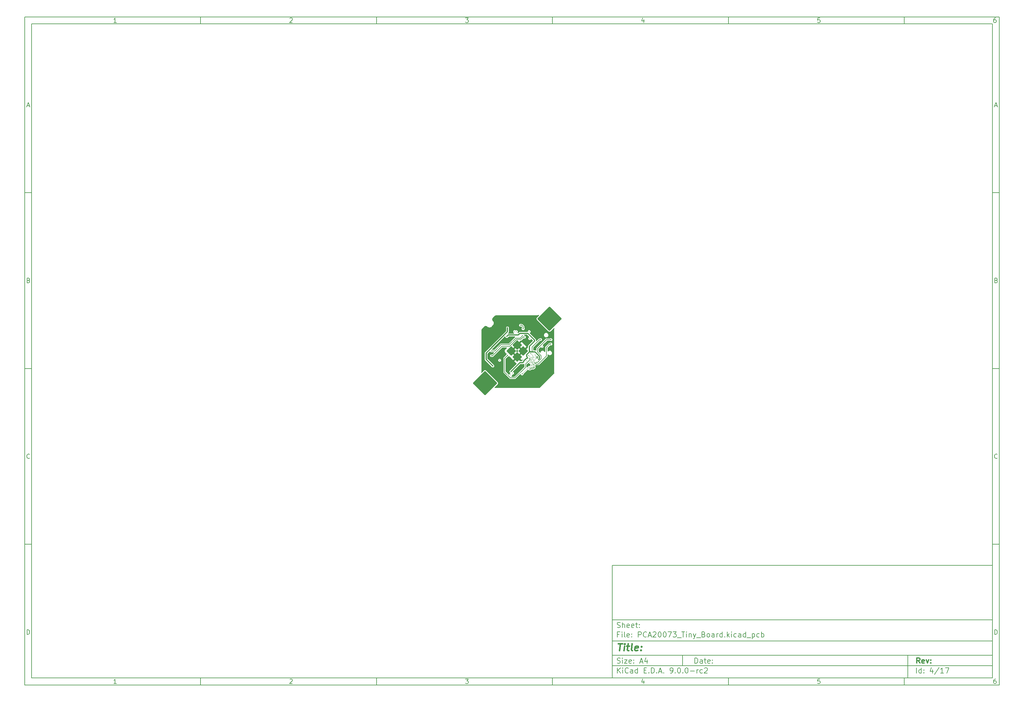
<source format=gbr>
G04 #@! TF.GenerationSoftware,KiCad,Pcbnew,9.0.0-rc2-3baa6cd791~182~ubuntu24.04.1*
G04 #@! TF.CreationDate,2025-02-06T23:09:26-05:00*
G04 #@! TF.ProjectId,PCA20073_Tiny_Board,50434132-3030-4373-935f-54696e795f42,rev?*
G04 #@! TF.SameCoordinates,PX82a22f1PY713a4f2*
G04 #@! TF.FileFunction,Copper,L4,Bot*
G04 #@! TF.FilePolarity,Positive*
%FSLAX46Y46*%
G04 Gerber Fmt 4.6, Leading zero omitted, Abs format (unit mm)*
G04 Created by KiCad (PCBNEW 9.0.0-rc2-3baa6cd791~182~ubuntu24.04.1) date 2025-02-06 23:09:26*
%MOMM*%
%LPD*%
G01*
G04 APERTURE LIST*
%ADD10C,0.100000*%
%ADD11C,0.150000*%
%ADD12C,0.300000*%
%ADD13C,0.400000*%
G04 #@! TA.AperFunction,ViaPad*
%ADD14C,0.300000*%
G04 #@! TD*
G04 #@! TA.AperFunction,ViaPad*
%ADD15C,0.250000*%
G04 #@! TD*
G04 #@! TA.AperFunction,ViaPad*
%ADD16C,0.600000*%
G04 #@! TD*
G04 #@! TA.AperFunction,Conductor*
%ADD17C,0.150000*%
G04 #@! TD*
G04 #@! TA.AperFunction,Conductor*
%ADD18C,0.300000*%
G04 #@! TD*
G04 #@! TA.AperFunction,Conductor*
%ADD19C,0.100000*%
G04 #@! TD*
G04 APERTURE END LIST*
D10*
D11*
X40023015Y-47279278D02*
X148023015Y-47279278D01*
X148023015Y-79279278D01*
X40023015Y-79279278D01*
X40023015Y-47279278D01*
D10*
D11*
X-126979185Y108727922D02*
X150023015Y108727922D01*
X150023015Y-81279278D01*
X-126979185Y-81279278D01*
X-126979185Y108727922D01*
D10*
D11*
X-124979185Y106727922D02*
X148023015Y106727922D01*
X148023015Y-79279278D01*
X-124979185Y-79279278D01*
X-124979185Y106727922D01*
D10*
D11*
X-76979185Y106727922D02*
X-76979185Y108727922D01*
D10*
D11*
X-26979185Y106727922D02*
X-26979185Y108727922D01*
D10*
D11*
X23020815Y106727922D02*
X23020815Y108727922D01*
D10*
D11*
X73020815Y106727922D02*
X73020815Y108727922D01*
D10*
D11*
X123020815Y106727922D02*
X123020815Y108727922D01*
D10*
D11*
X-100890025Y107134318D02*
X-101632882Y107134318D01*
X-101261454Y107134318D02*
X-101261454Y108434318D01*
X-101261454Y108434318D02*
X-101385263Y108248603D01*
X-101385263Y108248603D02*
X-101509073Y108124794D01*
X-101509073Y108124794D02*
X-101632882Y108062889D01*
D10*
D11*
X-51632882Y108310508D02*
X-51570978Y108372413D01*
X-51570978Y108372413D02*
X-51447168Y108434318D01*
X-51447168Y108434318D02*
X-51137644Y108434318D01*
X-51137644Y108434318D02*
X-51013835Y108372413D01*
X-51013835Y108372413D02*
X-50951930Y108310508D01*
X-50951930Y108310508D02*
X-50890025Y108186699D01*
X-50890025Y108186699D02*
X-50890025Y108062889D01*
X-50890025Y108062889D02*
X-50951930Y107877175D01*
X-50951930Y107877175D02*
X-51694787Y107134318D01*
X-51694787Y107134318D02*
X-50890025Y107134318D01*
D10*
D11*
X-1694787Y108434318D02*
X-890025Y108434318D01*
X-890025Y108434318D02*
X-1323359Y107939080D01*
X-1323359Y107939080D02*
X-1137644Y107939080D01*
X-1137644Y107939080D02*
X-1013835Y107877175D01*
X-1013835Y107877175D02*
X-951930Y107815270D01*
X-951930Y107815270D02*
X-890025Y107691461D01*
X-890025Y107691461D02*
X-890025Y107381937D01*
X-890025Y107381937D02*
X-951930Y107258127D01*
X-951930Y107258127D02*
X-1013835Y107196222D01*
X-1013835Y107196222D02*
X-1137644Y107134318D01*
X-1137644Y107134318D02*
X-1509073Y107134318D01*
X-1509073Y107134318D02*
X-1632882Y107196222D01*
X-1632882Y107196222D02*
X-1694787Y107258127D01*
D10*
D11*
X48986165Y108000984D02*
X48986165Y107134318D01*
X48676641Y108496222D02*
X48367118Y107567651D01*
X48367118Y107567651D02*
X49171879Y107567651D01*
D10*
D11*
X99048070Y108434318D02*
X98429022Y108434318D01*
X98429022Y108434318D02*
X98367118Y107815270D01*
X98367118Y107815270D02*
X98429022Y107877175D01*
X98429022Y107877175D02*
X98552832Y107939080D01*
X98552832Y107939080D02*
X98862356Y107939080D01*
X98862356Y107939080D02*
X98986165Y107877175D01*
X98986165Y107877175D02*
X99048070Y107815270D01*
X99048070Y107815270D02*
X99109975Y107691461D01*
X99109975Y107691461D02*
X99109975Y107381937D01*
X99109975Y107381937D02*
X99048070Y107258127D01*
X99048070Y107258127D02*
X98986165Y107196222D01*
X98986165Y107196222D02*
X98862356Y107134318D01*
X98862356Y107134318D02*
X98552832Y107134318D01*
X98552832Y107134318D02*
X98429022Y107196222D01*
X98429022Y107196222D02*
X98367118Y107258127D01*
D10*
D11*
X148986165Y108434318D02*
X148738546Y108434318D01*
X148738546Y108434318D02*
X148614737Y108372413D01*
X148614737Y108372413D02*
X148552832Y108310508D01*
X148552832Y108310508D02*
X148429022Y108124794D01*
X148429022Y108124794D02*
X148367118Y107877175D01*
X148367118Y107877175D02*
X148367118Y107381937D01*
X148367118Y107381937D02*
X148429022Y107258127D01*
X148429022Y107258127D02*
X148490927Y107196222D01*
X148490927Y107196222D02*
X148614737Y107134318D01*
X148614737Y107134318D02*
X148862356Y107134318D01*
X148862356Y107134318D02*
X148986165Y107196222D01*
X148986165Y107196222D02*
X149048070Y107258127D01*
X149048070Y107258127D02*
X149109975Y107381937D01*
X149109975Y107381937D02*
X149109975Y107691461D01*
X149109975Y107691461D02*
X149048070Y107815270D01*
X149048070Y107815270D02*
X148986165Y107877175D01*
X148986165Y107877175D02*
X148862356Y107939080D01*
X148862356Y107939080D02*
X148614737Y107939080D01*
X148614737Y107939080D02*
X148490927Y107877175D01*
X148490927Y107877175D02*
X148429022Y107815270D01*
X148429022Y107815270D02*
X148367118Y107691461D01*
D10*
D11*
X-76979185Y-79279278D02*
X-76979185Y-81279278D01*
D10*
D11*
X-26979185Y-79279278D02*
X-26979185Y-81279278D01*
D10*
D11*
X23020815Y-79279278D02*
X23020815Y-81279278D01*
D10*
D11*
X73020815Y-79279278D02*
X73020815Y-81279278D01*
D10*
D11*
X123020815Y-79279278D02*
X123020815Y-81279278D01*
D10*
D11*
X-100890025Y-80872882D02*
X-101632882Y-80872882D01*
X-101261454Y-80872882D02*
X-101261454Y-79572882D01*
X-101261454Y-79572882D02*
X-101385263Y-79758597D01*
X-101385263Y-79758597D02*
X-101509073Y-79882406D01*
X-101509073Y-79882406D02*
X-101632882Y-79944311D01*
D10*
D11*
X-51632882Y-79696692D02*
X-51570978Y-79634787D01*
X-51570978Y-79634787D02*
X-51447168Y-79572882D01*
X-51447168Y-79572882D02*
X-51137644Y-79572882D01*
X-51137644Y-79572882D02*
X-51013835Y-79634787D01*
X-51013835Y-79634787D02*
X-50951930Y-79696692D01*
X-50951930Y-79696692D02*
X-50890025Y-79820501D01*
X-50890025Y-79820501D02*
X-50890025Y-79944311D01*
X-50890025Y-79944311D02*
X-50951930Y-80130025D01*
X-50951930Y-80130025D02*
X-51694787Y-80872882D01*
X-51694787Y-80872882D02*
X-50890025Y-80872882D01*
D10*
D11*
X-1694787Y-79572882D02*
X-890025Y-79572882D01*
X-890025Y-79572882D02*
X-1323359Y-80068120D01*
X-1323359Y-80068120D02*
X-1137644Y-80068120D01*
X-1137644Y-80068120D02*
X-1013835Y-80130025D01*
X-1013835Y-80130025D02*
X-951930Y-80191930D01*
X-951930Y-80191930D02*
X-890025Y-80315739D01*
X-890025Y-80315739D02*
X-890025Y-80625263D01*
X-890025Y-80625263D02*
X-951930Y-80749073D01*
X-951930Y-80749073D02*
X-1013835Y-80810978D01*
X-1013835Y-80810978D02*
X-1137644Y-80872882D01*
X-1137644Y-80872882D02*
X-1509073Y-80872882D01*
X-1509073Y-80872882D02*
X-1632882Y-80810978D01*
X-1632882Y-80810978D02*
X-1694787Y-80749073D01*
D10*
D11*
X48986165Y-80006216D02*
X48986165Y-80872882D01*
X48676641Y-79510978D02*
X48367118Y-80439549D01*
X48367118Y-80439549D02*
X49171879Y-80439549D01*
D10*
D11*
X99048070Y-79572882D02*
X98429022Y-79572882D01*
X98429022Y-79572882D02*
X98367118Y-80191930D01*
X98367118Y-80191930D02*
X98429022Y-80130025D01*
X98429022Y-80130025D02*
X98552832Y-80068120D01*
X98552832Y-80068120D02*
X98862356Y-80068120D01*
X98862356Y-80068120D02*
X98986165Y-80130025D01*
X98986165Y-80130025D02*
X99048070Y-80191930D01*
X99048070Y-80191930D02*
X99109975Y-80315739D01*
X99109975Y-80315739D02*
X99109975Y-80625263D01*
X99109975Y-80625263D02*
X99048070Y-80749073D01*
X99048070Y-80749073D02*
X98986165Y-80810978D01*
X98986165Y-80810978D02*
X98862356Y-80872882D01*
X98862356Y-80872882D02*
X98552832Y-80872882D01*
X98552832Y-80872882D02*
X98429022Y-80810978D01*
X98429022Y-80810978D02*
X98367118Y-80749073D01*
D10*
D11*
X148986165Y-79572882D02*
X148738546Y-79572882D01*
X148738546Y-79572882D02*
X148614737Y-79634787D01*
X148614737Y-79634787D02*
X148552832Y-79696692D01*
X148552832Y-79696692D02*
X148429022Y-79882406D01*
X148429022Y-79882406D02*
X148367118Y-80130025D01*
X148367118Y-80130025D02*
X148367118Y-80625263D01*
X148367118Y-80625263D02*
X148429022Y-80749073D01*
X148429022Y-80749073D02*
X148490927Y-80810978D01*
X148490927Y-80810978D02*
X148614737Y-80872882D01*
X148614737Y-80872882D02*
X148862356Y-80872882D01*
X148862356Y-80872882D02*
X148986165Y-80810978D01*
X148986165Y-80810978D02*
X149048070Y-80749073D01*
X149048070Y-80749073D02*
X149109975Y-80625263D01*
X149109975Y-80625263D02*
X149109975Y-80315739D01*
X149109975Y-80315739D02*
X149048070Y-80191930D01*
X149048070Y-80191930D02*
X148986165Y-80130025D01*
X148986165Y-80130025D02*
X148862356Y-80068120D01*
X148862356Y-80068120D02*
X148614737Y-80068120D01*
X148614737Y-80068120D02*
X148490927Y-80130025D01*
X148490927Y-80130025D02*
X148429022Y-80191930D01*
X148429022Y-80191930D02*
X148367118Y-80315739D01*
D10*
D11*
X-126979185Y58727922D02*
X-124979185Y58727922D01*
D10*
D11*
X-126979185Y8727922D02*
X-124979185Y8727922D01*
D10*
D11*
X-126979185Y-41272078D02*
X-124979185Y-41272078D01*
D10*
D11*
X-126288709Y83505746D02*
X-125669662Y83505746D01*
X-126412519Y83134318D02*
X-125979186Y84434318D01*
X-125979186Y84434318D02*
X-125545852Y83134318D01*
D10*
D11*
X-125886328Y33815270D02*
X-125700614Y33753365D01*
X-125700614Y33753365D02*
X-125638709Y33691461D01*
X-125638709Y33691461D02*
X-125576805Y33567651D01*
X-125576805Y33567651D02*
X-125576805Y33381937D01*
X-125576805Y33381937D02*
X-125638709Y33258127D01*
X-125638709Y33258127D02*
X-125700614Y33196222D01*
X-125700614Y33196222D02*
X-125824424Y33134318D01*
X-125824424Y33134318D02*
X-126319662Y33134318D01*
X-126319662Y33134318D02*
X-126319662Y34434318D01*
X-126319662Y34434318D02*
X-125886328Y34434318D01*
X-125886328Y34434318D02*
X-125762519Y34372413D01*
X-125762519Y34372413D02*
X-125700614Y34310508D01*
X-125700614Y34310508D02*
X-125638709Y34186699D01*
X-125638709Y34186699D02*
X-125638709Y34062889D01*
X-125638709Y34062889D02*
X-125700614Y33939080D01*
X-125700614Y33939080D02*
X-125762519Y33877175D01*
X-125762519Y33877175D02*
X-125886328Y33815270D01*
X-125886328Y33815270D02*
X-126319662Y33815270D01*
D10*
D11*
X-125576805Y-16741873D02*
X-125638709Y-16803778D01*
X-125638709Y-16803778D02*
X-125824424Y-16865682D01*
X-125824424Y-16865682D02*
X-125948233Y-16865682D01*
X-125948233Y-16865682D02*
X-126133947Y-16803778D01*
X-126133947Y-16803778D02*
X-126257757Y-16679968D01*
X-126257757Y-16679968D02*
X-126319662Y-16556158D01*
X-126319662Y-16556158D02*
X-126381566Y-16308539D01*
X-126381566Y-16308539D02*
X-126381566Y-16122825D01*
X-126381566Y-16122825D02*
X-126319662Y-15875206D01*
X-126319662Y-15875206D02*
X-126257757Y-15751397D01*
X-126257757Y-15751397D02*
X-126133947Y-15627587D01*
X-126133947Y-15627587D02*
X-125948233Y-15565682D01*
X-125948233Y-15565682D02*
X-125824424Y-15565682D01*
X-125824424Y-15565682D02*
X-125638709Y-15627587D01*
X-125638709Y-15627587D02*
X-125576805Y-15689492D01*
D10*
D11*
X-126319662Y-66865682D02*
X-126319662Y-65565682D01*
X-126319662Y-65565682D02*
X-126010138Y-65565682D01*
X-126010138Y-65565682D02*
X-125824424Y-65627587D01*
X-125824424Y-65627587D02*
X-125700614Y-65751397D01*
X-125700614Y-65751397D02*
X-125638709Y-65875206D01*
X-125638709Y-65875206D02*
X-125576805Y-66122825D01*
X-125576805Y-66122825D02*
X-125576805Y-66308539D01*
X-125576805Y-66308539D02*
X-125638709Y-66556158D01*
X-125638709Y-66556158D02*
X-125700614Y-66679968D01*
X-125700614Y-66679968D02*
X-125824424Y-66803778D01*
X-125824424Y-66803778D02*
X-126010138Y-66865682D01*
X-126010138Y-66865682D02*
X-126319662Y-66865682D01*
D10*
D11*
X150023015Y58727922D02*
X148023015Y58727922D01*
D10*
D11*
X150023015Y8727922D02*
X148023015Y8727922D01*
D10*
D11*
X150023015Y-41272078D02*
X148023015Y-41272078D01*
D10*
D11*
X148713491Y83505746D02*
X149332538Y83505746D01*
X148589681Y83134318D02*
X149023014Y84434318D01*
X149023014Y84434318D02*
X149456348Y83134318D01*
D10*
D11*
X149115872Y33815270D02*
X149301586Y33753365D01*
X149301586Y33753365D02*
X149363491Y33691461D01*
X149363491Y33691461D02*
X149425395Y33567651D01*
X149425395Y33567651D02*
X149425395Y33381937D01*
X149425395Y33381937D02*
X149363491Y33258127D01*
X149363491Y33258127D02*
X149301586Y33196222D01*
X149301586Y33196222D02*
X149177776Y33134318D01*
X149177776Y33134318D02*
X148682538Y33134318D01*
X148682538Y33134318D02*
X148682538Y34434318D01*
X148682538Y34434318D02*
X149115872Y34434318D01*
X149115872Y34434318D02*
X149239681Y34372413D01*
X149239681Y34372413D02*
X149301586Y34310508D01*
X149301586Y34310508D02*
X149363491Y34186699D01*
X149363491Y34186699D02*
X149363491Y34062889D01*
X149363491Y34062889D02*
X149301586Y33939080D01*
X149301586Y33939080D02*
X149239681Y33877175D01*
X149239681Y33877175D02*
X149115872Y33815270D01*
X149115872Y33815270D02*
X148682538Y33815270D01*
D10*
D11*
X149425395Y-16741873D02*
X149363491Y-16803778D01*
X149363491Y-16803778D02*
X149177776Y-16865682D01*
X149177776Y-16865682D02*
X149053967Y-16865682D01*
X149053967Y-16865682D02*
X148868253Y-16803778D01*
X148868253Y-16803778D02*
X148744443Y-16679968D01*
X148744443Y-16679968D02*
X148682538Y-16556158D01*
X148682538Y-16556158D02*
X148620634Y-16308539D01*
X148620634Y-16308539D02*
X148620634Y-16122825D01*
X148620634Y-16122825D02*
X148682538Y-15875206D01*
X148682538Y-15875206D02*
X148744443Y-15751397D01*
X148744443Y-15751397D02*
X148868253Y-15627587D01*
X148868253Y-15627587D02*
X149053967Y-15565682D01*
X149053967Y-15565682D02*
X149177776Y-15565682D01*
X149177776Y-15565682D02*
X149363491Y-15627587D01*
X149363491Y-15627587D02*
X149425395Y-15689492D01*
D10*
D11*
X148682538Y-66865682D02*
X148682538Y-65565682D01*
X148682538Y-65565682D02*
X148992062Y-65565682D01*
X148992062Y-65565682D02*
X149177776Y-65627587D01*
X149177776Y-65627587D02*
X149301586Y-65751397D01*
X149301586Y-65751397D02*
X149363491Y-65875206D01*
X149363491Y-65875206D02*
X149425395Y-66122825D01*
X149425395Y-66122825D02*
X149425395Y-66308539D01*
X149425395Y-66308539D02*
X149363491Y-66556158D01*
X149363491Y-66556158D02*
X149301586Y-66679968D01*
X149301586Y-66679968D02*
X149177776Y-66803778D01*
X149177776Y-66803778D02*
X148992062Y-66865682D01*
X148992062Y-66865682D02*
X148682538Y-66865682D01*
D10*
D11*
X63478841Y-75065406D02*
X63478841Y-73565406D01*
X63478841Y-73565406D02*
X63835984Y-73565406D01*
X63835984Y-73565406D02*
X64050270Y-73636835D01*
X64050270Y-73636835D02*
X64193127Y-73779692D01*
X64193127Y-73779692D02*
X64264556Y-73922549D01*
X64264556Y-73922549D02*
X64335984Y-74208263D01*
X64335984Y-74208263D02*
X64335984Y-74422549D01*
X64335984Y-74422549D02*
X64264556Y-74708263D01*
X64264556Y-74708263D02*
X64193127Y-74851120D01*
X64193127Y-74851120D02*
X64050270Y-74993978D01*
X64050270Y-74993978D02*
X63835984Y-75065406D01*
X63835984Y-75065406D02*
X63478841Y-75065406D01*
X65621699Y-75065406D02*
X65621699Y-74279692D01*
X65621699Y-74279692D02*
X65550270Y-74136835D01*
X65550270Y-74136835D02*
X65407413Y-74065406D01*
X65407413Y-74065406D02*
X65121699Y-74065406D01*
X65121699Y-74065406D02*
X64978841Y-74136835D01*
X65621699Y-74993978D02*
X65478841Y-75065406D01*
X65478841Y-75065406D02*
X65121699Y-75065406D01*
X65121699Y-75065406D02*
X64978841Y-74993978D01*
X64978841Y-74993978D02*
X64907413Y-74851120D01*
X64907413Y-74851120D02*
X64907413Y-74708263D01*
X64907413Y-74708263D02*
X64978841Y-74565406D01*
X64978841Y-74565406D02*
X65121699Y-74493978D01*
X65121699Y-74493978D02*
X65478841Y-74493978D01*
X65478841Y-74493978D02*
X65621699Y-74422549D01*
X66121699Y-74065406D02*
X66693127Y-74065406D01*
X66335984Y-73565406D02*
X66335984Y-74851120D01*
X66335984Y-74851120D02*
X66407413Y-74993978D01*
X66407413Y-74993978D02*
X66550270Y-75065406D01*
X66550270Y-75065406D02*
X66693127Y-75065406D01*
X67764556Y-74993978D02*
X67621699Y-75065406D01*
X67621699Y-75065406D02*
X67335985Y-75065406D01*
X67335985Y-75065406D02*
X67193127Y-74993978D01*
X67193127Y-74993978D02*
X67121699Y-74851120D01*
X67121699Y-74851120D02*
X67121699Y-74279692D01*
X67121699Y-74279692D02*
X67193127Y-74136835D01*
X67193127Y-74136835D02*
X67335985Y-74065406D01*
X67335985Y-74065406D02*
X67621699Y-74065406D01*
X67621699Y-74065406D02*
X67764556Y-74136835D01*
X67764556Y-74136835D02*
X67835985Y-74279692D01*
X67835985Y-74279692D02*
X67835985Y-74422549D01*
X67835985Y-74422549D02*
X67121699Y-74565406D01*
X68478841Y-74922549D02*
X68550270Y-74993978D01*
X68550270Y-74993978D02*
X68478841Y-75065406D01*
X68478841Y-75065406D02*
X68407413Y-74993978D01*
X68407413Y-74993978D02*
X68478841Y-74922549D01*
X68478841Y-74922549D02*
X68478841Y-75065406D01*
X68478841Y-74136835D02*
X68550270Y-74208263D01*
X68550270Y-74208263D02*
X68478841Y-74279692D01*
X68478841Y-74279692D02*
X68407413Y-74208263D01*
X68407413Y-74208263D02*
X68478841Y-74136835D01*
X68478841Y-74136835D02*
X68478841Y-74279692D01*
D10*
D11*
X40023015Y-75779278D02*
X148023015Y-75779278D01*
D10*
D11*
X41478841Y-77865406D02*
X41478841Y-76365406D01*
X42335984Y-77865406D02*
X41693127Y-77008263D01*
X42335984Y-76365406D02*
X41478841Y-77222549D01*
X42978841Y-77865406D02*
X42978841Y-76865406D01*
X42978841Y-76365406D02*
X42907413Y-76436835D01*
X42907413Y-76436835D02*
X42978841Y-76508263D01*
X42978841Y-76508263D02*
X43050270Y-76436835D01*
X43050270Y-76436835D02*
X42978841Y-76365406D01*
X42978841Y-76365406D02*
X42978841Y-76508263D01*
X44550270Y-77722549D02*
X44478842Y-77793978D01*
X44478842Y-77793978D02*
X44264556Y-77865406D01*
X44264556Y-77865406D02*
X44121699Y-77865406D01*
X44121699Y-77865406D02*
X43907413Y-77793978D01*
X43907413Y-77793978D02*
X43764556Y-77651120D01*
X43764556Y-77651120D02*
X43693127Y-77508263D01*
X43693127Y-77508263D02*
X43621699Y-77222549D01*
X43621699Y-77222549D02*
X43621699Y-77008263D01*
X43621699Y-77008263D02*
X43693127Y-76722549D01*
X43693127Y-76722549D02*
X43764556Y-76579692D01*
X43764556Y-76579692D02*
X43907413Y-76436835D01*
X43907413Y-76436835D02*
X44121699Y-76365406D01*
X44121699Y-76365406D02*
X44264556Y-76365406D01*
X44264556Y-76365406D02*
X44478842Y-76436835D01*
X44478842Y-76436835D02*
X44550270Y-76508263D01*
X45835985Y-77865406D02*
X45835985Y-77079692D01*
X45835985Y-77079692D02*
X45764556Y-76936835D01*
X45764556Y-76936835D02*
X45621699Y-76865406D01*
X45621699Y-76865406D02*
X45335985Y-76865406D01*
X45335985Y-76865406D02*
X45193127Y-76936835D01*
X45835985Y-77793978D02*
X45693127Y-77865406D01*
X45693127Y-77865406D02*
X45335985Y-77865406D01*
X45335985Y-77865406D02*
X45193127Y-77793978D01*
X45193127Y-77793978D02*
X45121699Y-77651120D01*
X45121699Y-77651120D02*
X45121699Y-77508263D01*
X45121699Y-77508263D02*
X45193127Y-77365406D01*
X45193127Y-77365406D02*
X45335985Y-77293978D01*
X45335985Y-77293978D02*
X45693127Y-77293978D01*
X45693127Y-77293978D02*
X45835985Y-77222549D01*
X47193128Y-77865406D02*
X47193128Y-76365406D01*
X47193128Y-77793978D02*
X47050270Y-77865406D01*
X47050270Y-77865406D02*
X46764556Y-77865406D01*
X46764556Y-77865406D02*
X46621699Y-77793978D01*
X46621699Y-77793978D02*
X46550270Y-77722549D01*
X46550270Y-77722549D02*
X46478842Y-77579692D01*
X46478842Y-77579692D02*
X46478842Y-77151120D01*
X46478842Y-77151120D02*
X46550270Y-77008263D01*
X46550270Y-77008263D02*
X46621699Y-76936835D01*
X46621699Y-76936835D02*
X46764556Y-76865406D01*
X46764556Y-76865406D02*
X47050270Y-76865406D01*
X47050270Y-76865406D02*
X47193128Y-76936835D01*
X49050270Y-77079692D02*
X49550270Y-77079692D01*
X49764556Y-77865406D02*
X49050270Y-77865406D01*
X49050270Y-77865406D02*
X49050270Y-76365406D01*
X49050270Y-76365406D02*
X49764556Y-76365406D01*
X50407413Y-77722549D02*
X50478842Y-77793978D01*
X50478842Y-77793978D02*
X50407413Y-77865406D01*
X50407413Y-77865406D02*
X50335985Y-77793978D01*
X50335985Y-77793978D02*
X50407413Y-77722549D01*
X50407413Y-77722549D02*
X50407413Y-77865406D01*
X51121699Y-77865406D02*
X51121699Y-76365406D01*
X51121699Y-76365406D02*
X51478842Y-76365406D01*
X51478842Y-76365406D02*
X51693128Y-76436835D01*
X51693128Y-76436835D02*
X51835985Y-76579692D01*
X51835985Y-76579692D02*
X51907414Y-76722549D01*
X51907414Y-76722549D02*
X51978842Y-77008263D01*
X51978842Y-77008263D02*
X51978842Y-77222549D01*
X51978842Y-77222549D02*
X51907414Y-77508263D01*
X51907414Y-77508263D02*
X51835985Y-77651120D01*
X51835985Y-77651120D02*
X51693128Y-77793978D01*
X51693128Y-77793978D02*
X51478842Y-77865406D01*
X51478842Y-77865406D02*
X51121699Y-77865406D01*
X52621699Y-77722549D02*
X52693128Y-77793978D01*
X52693128Y-77793978D02*
X52621699Y-77865406D01*
X52621699Y-77865406D02*
X52550271Y-77793978D01*
X52550271Y-77793978D02*
X52621699Y-77722549D01*
X52621699Y-77722549D02*
X52621699Y-77865406D01*
X53264557Y-77436835D02*
X53978843Y-77436835D01*
X53121700Y-77865406D02*
X53621700Y-76365406D01*
X53621700Y-76365406D02*
X54121700Y-77865406D01*
X54621699Y-77722549D02*
X54693128Y-77793978D01*
X54693128Y-77793978D02*
X54621699Y-77865406D01*
X54621699Y-77865406D02*
X54550271Y-77793978D01*
X54550271Y-77793978D02*
X54621699Y-77722549D01*
X54621699Y-77722549D02*
X54621699Y-77865406D01*
X56550271Y-77865406D02*
X56835985Y-77865406D01*
X56835985Y-77865406D02*
X56978842Y-77793978D01*
X56978842Y-77793978D02*
X57050271Y-77722549D01*
X57050271Y-77722549D02*
X57193128Y-77508263D01*
X57193128Y-77508263D02*
X57264557Y-77222549D01*
X57264557Y-77222549D02*
X57264557Y-76651120D01*
X57264557Y-76651120D02*
X57193128Y-76508263D01*
X57193128Y-76508263D02*
X57121700Y-76436835D01*
X57121700Y-76436835D02*
X56978842Y-76365406D01*
X56978842Y-76365406D02*
X56693128Y-76365406D01*
X56693128Y-76365406D02*
X56550271Y-76436835D01*
X56550271Y-76436835D02*
X56478842Y-76508263D01*
X56478842Y-76508263D02*
X56407414Y-76651120D01*
X56407414Y-76651120D02*
X56407414Y-77008263D01*
X56407414Y-77008263D02*
X56478842Y-77151120D01*
X56478842Y-77151120D02*
X56550271Y-77222549D01*
X56550271Y-77222549D02*
X56693128Y-77293978D01*
X56693128Y-77293978D02*
X56978842Y-77293978D01*
X56978842Y-77293978D02*
X57121700Y-77222549D01*
X57121700Y-77222549D02*
X57193128Y-77151120D01*
X57193128Y-77151120D02*
X57264557Y-77008263D01*
X57907413Y-77722549D02*
X57978842Y-77793978D01*
X57978842Y-77793978D02*
X57907413Y-77865406D01*
X57907413Y-77865406D02*
X57835985Y-77793978D01*
X57835985Y-77793978D02*
X57907413Y-77722549D01*
X57907413Y-77722549D02*
X57907413Y-77865406D01*
X58907414Y-76365406D02*
X59050271Y-76365406D01*
X59050271Y-76365406D02*
X59193128Y-76436835D01*
X59193128Y-76436835D02*
X59264557Y-76508263D01*
X59264557Y-76508263D02*
X59335985Y-76651120D01*
X59335985Y-76651120D02*
X59407414Y-76936835D01*
X59407414Y-76936835D02*
X59407414Y-77293978D01*
X59407414Y-77293978D02*
X59335985Y-77579692D01*
X59335985Y-77579692D02*
X59264557Y-77722549D01*
X59264557Y-77722549D02*
X59193128Y-77793978D01*
X59193128Y-77793978D02*
X59050271Y-77865406D01*
X59050271Y-77865406D02*
X58907414Y-77865406D01*
X58907414Y-77865406D02*
X58764557Y-77793978D01*
X58764557Y-77793978D02*
X58693128Y-77722549D01*
X58693128Y-77722549D02*
X58621699Y-77579692D01*
X58621699Y-77579692D02*
X58550271Y-77293978D01*
X58550271Y-77293978D02*
X58550271Y-76936835D01*
X58550271Y-76936835D02*
X58621699Y-76651120D01*
X58621699Y-76651120D02*
X58693128Y-76508263D01*
X58693128Y-76508263D02*
X58764557Y-76436835D01*
X58764557Y-76436835D02*
X58907414Y-76365406D01*
X60050270Y-77722549D02*
X60121699Y-77793978D01*
X60121699Y-77793978D02*
X60050270Y-77865406D01*
X60050270Y-77865406D02*
X59978842Y-77793978D01*
X59978842Y-77793978D02*
X60050270Y-77722549D01*
X60050270Y-77722549D02*
X60050270Y-77865406D01*
X61050271Y-76365406D02*
X61193128Y-76365406D01*
X61193128Y-76365406D02*
X61335985Y-76436835D01*
X61335985Y-76436835D02*
X61407414Y-76508263D01*
X61407414Y-76508263D02*
X61478842Y-76651120D01*
X61478842Y-76651120D02*
X61550271Y-76936835D01*
X61550271Y-76936835D02*
X61550271Y-77293978D01*
X61550271Y-77293978D02*
X61478842Y-77579692D01*
X61478842Y-77579692D02*
X61407414Y-77722549D01*
X61407414Y-77722549D02*
X61335985Y-77793978D01*
X61335985Y-77793978D02*
X61193128Y-77865406D01*
X61193128Y-77865406D02*
X61050271Y-77865406D01*
X61050271Y-77865406D02*
X60907414Y-77793978D01*
X60907414Y-77793978D02*
X60835985Y-77722549D01*
X60835985Y-77722549D02*
X60764556Y-77579692D01*
X60764556Y-77579692D02*
X60693128Y-77293978D01*
X60693128Y-77293978D02*
X60693128Y-76936835D01*
X60693128Y-76936835D02*
X60764556Y-76651120D01*
X60764556Y-76651120D02*
X60835985Y-76508263D01*
X60835985Y-76508263D02*
X60907414Y-76436835D01*
X60907414Y-76436835D02*
X61050271Y-76365406D01*
X62193127Y-77293978D02*
X63335985Y-77293978D01*
X64050270Y-77865406D02*
X64050270Y-76865406D01*
X64050270Y-77151120D02*
X64121699Y-77008263D01*
X64121699Y-77008263D02*
X64193128Y-76936835D01*
X64193128Y-76936835D02*
X64335985Y-76865406D01*
X64335985Y-76865406D02*
X64478842Y-76865406D01*
X65621699Y-77793978D02*
X65478841Y-77865406D01*
X65478841Y-77865406D02*
X65193127Y-77865406D01*
X65193127Y-77865406D02*
X65050270Y-77793978D01*
X65050270Y-77793978D02*
X64978841Y-77722549D01*
X64978841Y-77722549D02*
X64907413Y-77579692D01*
X64907413Y-77579692D02*
X64907413Y-77151120D01*
X64907413Y-77151120D02*
X64978841Y-77008263D01*
X64978841Y-77008263D02*
X65050270Y-76936835D01*
X65050270Y-76936835D02*
X65193127Y-76865406D01*
X65193127Y-76865406D02*
X65478841Y-76865406D01*
X65478841Y-76865406D02*
X65621699Y-76936835D01*
X66193127Y-76508263D02*
X66264555Y-76436835D01*
X66264555Y-76436835D02*
X66407413Y-76365406D01*
X66407413Y-76365406D02*
X66764555Y-76365406D01*
X66764555Y-76365406D02*
X66907413Y-76436835D01*
X66907413Y-76436835D02*
X66978841Y-76508263D01*
X66978841Y-76508263D02*
X67050270Y-76651120D01*
X67050270Y-76651120D02*
X67050270Y-76793978D01*
X67050270Y-76793978D02*
X66978841Y-77008263D01*
X66978841Y-77008263D02*
X66121698Y-77865406D01*
X66121698Y-77865406D02*
X67050270Y-77865406D01*
D10*
D11*
X40023015Y-72779278D02*
X148023015Y-72779278D01*
D10*
D12*
X127434668Y-75057606D02*
X126934668Y-74343320D01*
X126577525Y-75057606D02*
X126577525Y-73557606D01*
X126577525Y-73557606D02*
X127148954Y-73557606D01*
X127148954Y-73557606D02*
X127291811Y-73629035D01*
X127291811Y-73629035D02*
X127363240Y-73700463D01*
X127363240Y-73700463D02*
X127434668Y-73843320D01*
X127434668Y-73843320D02*
X127434668Y-74057606D01*
X127434668Y-74057606D02*
X127363240Y-74200463D01*
X127363240Y-74200463D02*
X127291811Y-74271892D01*
X127291811Y-74271892D02*
X127148954Y-74343320D01*
X127148954Y-74343320D02*
X126577525Y-74343320D01*
X128648954Y-74986178D02*
X128506097Y-75057606D01*
X128506097Y-75057606D02*
X128220383Y-75057606D01*
X128220383Y-75057606D02*
X128077525Y-74986178D01*
X128077525Y-74986178D02*
X128006097Y-74843320D01*
X128006097Y-74843320D02*
X128006097Y-74271892D01*
X128006097Y-74271892D02*
X128077525Y-74129035D01*
X128077525Y-74129035D02*
X128220383Y-74057606D01*
X128220383Y-74057606D02*
X128506097Y-74057606D01*
X128506097Y-74057606D02*
X128648954Y-74129035D01*
X128648954Y-74129035D02*
X128720383Y-74271892D01*
X128720383Y-74271892D02*
X128720383Y-74414749D01*
X128720383Y-74414749D02*
X128006097Y-74557606D01*
X129220382Y-74057606D02*
X129577525Y-75057606D01*
X129577525Y-75057606D02*
X129934668Y-74057606D01*
X130506096Y-74914749D02*
X130577525Y-74986178D01*
X130577525Y-74986178D02*
X130506096Y-75057606D01*
X130506096Y-75057606D02*
X130434668Y-74986178D01*
X130434668Y-74986178D02*
X130506096Y-74914749D01*
X130506096Y-74914749D02*
X130506096Y-75057606D01*
X130506096Y-74129035D02*
X130577525Y-74200463D01*
X130577525Y-74200463D02*
X130506096Y-74271892D01*
X130506096Y-74271892D02*
X130434668Y-74200463D01*
X130434668Y-74200463D02*
X130506096Y-74129035D01*
X130506096Y-74129035D02*
X130506096Y-74271892D01*
D10*
D11*
X41407413Y-74993978D02*
X41621699Y-75065406D01*
X41621699Y-75065406D02*
X41978841Y-75065406D01*
X41978841Y-75065406D02*
X42121699Y-74993978D01*
X42121699Y-74993978D02*
X42193127Y-74922549D01*
X42193127Y-74922549D02*
X42264556Y-74779692D01*
X42264556Y-74779692D02*
X42264556Y-74636835D01*
X42264556Y-74636835D02*
X42193127Y-74493978D01*
X42193127Y-74493978D02*
X42121699Y-74422549D01*
X42121699Y-74422549D02*
X41978841Y-74351120D01*
X41978841Y-74351120D02*
X41693127Y-74279692D01*
X41693127Y-74279692D02*
X41550270Y-74208263D01*
X41550270Y-74208263D02*
X41478841Y-74136835D01*
X41478841Y-74136835D02*
X41407413Y-73993978D01*
X41407413Y-73993978D02*
X41407413Y-73851120D01*
X41407413Y-73851120D02*
X41478841Y-73708263D01*
X41478841Y-73708263D02*
X41550270Y-73636835D01*
X41550270Y-73636835D02*
X41693127Y-73565406D01*
X41693127Y-73565406D02*
X42050270Y-73565406D01*
X42050270Y-73565406D02*
X42264556Y-73636835D01*
X42907412Y-75065406D02*
X42907412Y-74065406D01*
X42907412Y-73565406D02*
X42835984Y-73636835D01*
X42835984Y-73636835D02*
X42907412Y-73708263D01*
X42907412Y-73708263D02*
X42978841Y-73636835D01*
X42978841Y-73636835D02*
X42907412Y-73565406D01*
X42907412Y-73565406D02*
X42907412Y-73708263D01*
X43478841Y-74065406D02*
X44264556Y-74065406D01*
X44264556Y-74065406D02*
X43478841Y-75065406D01*
X43478841Y-75065406D02*
X44264556Y-75065406D01*
X45407413Y-74993978D02*
X45264556Y-75065406D01*
X45264556Y-75065406D02*
X44978842Y-75065406D01*
X44978842Y-75065406D02*
X44835984Y-74993978D01*
X44835984Y-74993978D02*
X44764556Y-74851120D01*
X44764556Y-74851120D02*
X44764556Y-74279692D01*
X44764556Y-74279692D02*
X44835984Y-74136835D01*
X44835984Y-74136835D02*
X44978842Y-74065406D01*
X44978842Y-74065406D02*
X45264556Y-74065406D01*
X45264556Y-74065406D02*
X45407413Y-74136835D01*
X45407413Y-74136835D02*
X45478842Y-74279692D01*
X45478842Y-74279692D02*
X45478842Y-74422549D01*
X45478842Y-74422549D02*
X44764556Y-74565406D01*
X46121698Y-74922549D02*
X46193127Y-74993978D01*
X46193127Y-74993978D02*
X46121698Y-75065406D01*
X46121698Y-75065406D02*
X46050270Y-74993978D01*
X46050270Y-74993978D02*
X46121698Y-74922549D01*
X46121698Y-74922549D02*
X46121698Y-75065406D01*
X46121698Y-74136835D02*
X46193127Y-74208263D01*
X46193127Y-74208263D02*
X46121698Y-74279692D01*
X46121698Y-74279692D02*
X46050270Y-74208263D01*
X46050270Y-74208263D02*
X46121698Y-74136835D01*
X46121698Y-74136835D02*
X46121698Y-74279692D01*
X47907413Y-74636835D02*
X48621699Y-74636835D01*
X47764556Y-75065406D02*
X48264556Y-73565406D01*
X48264556Y-73565406D02*
X48764556Y-75065406D01*
X49907413Y-74065406D02*
X49907413Y-75065406D01*
X49550270Y-73493978D02*
X49193127Y-74565406D01*
X49193127Y-74565406D02*
X50121698Y-74565406D01*
D10*
D11*
X126478841Y-77865406D02*
X126478841Y-76365406D01*
X127835985Y-77865406D02*
X127835985Y-76365406D01*
X127835985Y-77793978D02*
X127693127Y-77865406D01*
X127693127Y-77865406D02*
X127407413Y-77865406D01*
X127407413Y-77865406D02*
X127264556Y-77793978D01*
X127264556Y-77793978D02*
X127193127Y-77722549D01*
X127193127Y-77722549D02*
X127121699Y-77579692D01*
X127121699Y-77579692D02*
X127121699Y-77151120D01*
X127121699Y-77151120D02*
X127193127Y-77008263D01*
X127193127Y-77008263D02*
X127264556Y-76936835D01*
X127264556Y-76936835D02*
X127407413Y-76865406D01*
X127407413Y-76865406D02*
X127693127Y-76865406D01*
X127693127Y-76865406D02*
X127835985Y-76936835D01*
X128550270Y-77722549D02*
X128621699Y-77793978D01*
X128621699Y-77793978D02*
X128550270Y-77865406D01*
X128550270Y-77865406D02*
X128478842Y-77793978D01*
X128478842Y-77793978D02*
X128550270Y-77722549D01*
X128550270Y-77722549D02*
X128550270Y-77865406D01*
X128550270Y-76936835D02*
X128621699Y-77008263D01*
X128621699Y-77008263D02*
X128550270Y-77079692D01*
X128550270Y-77079692D02*
X128478842Y-77008263D01*
X128478842Y-77008263D02*
X128550270Y-76936835D01*
X128550270Y-76936835D02*
X128550270Y-77079692D01*
X131050271Y-76865406D02*
X131050271Y-77865406D01*
X130693128Y-76293978D02*
X130335985Y-77365406D01*
X130335985Y-77365406D02*
X131264556Y-77365406D01*
X132907413Y-76293978D02*
X131621699Y-78222549D01*
X134193128Y-77865406D02*
X133335985Y-77865406D01*
X133764556Y-77865406D02*
X133764556Y-76365406D01*
X133764556Y-76365406D02*
X133621699Y-76579692D01*
X133621699Y-76579692D02*
X133478842Y-76722549D01*
X133478842Y-76722549D02*
X133335985Y-76793978D01*
X134693127Y-76365406D02*
X135693127Y-76365406D01*
X135693127Y-76365406D02*
X135050270Y-77865406D01*
D10*
D11*
X40023015Y-68779278D02*
X148023015Y-68779278D01*
D10*
D13*
X41714743Y-69483716D02*
X42857600Y-69483716D01*
X42036172Y-71483716D02*
X42286172Y-69483716D01*
X43274267Y-71483716D02*
X43440934Y-70150382D01*
X43524267Y-69483716D02*
X43417124Y-69578954D01*
X43417124Y-69578954D02*
X43500458Y-69674192D01*
X43500458Y-69674192D02*
X43607601Y-69578954D01*
X43607601Y-69578954D02*
X43524267Y-69483716D01*
X43524267Y-69483716D02*
X43500458Y-69674192D01*
X44107601Y-70150382D02*
X44869505Y-70150382D01*
X44476648Y-69483716D02*
X44262363Y-71198001D01*
X44262363Y-71198001D02*
X44333791Y-71388478D01*
X44333791Y-71388478D02*
X44512363Y-71483716D01*
X44512363Y-71483716D02*
X44702839Y-71483716D01*
X45655220Y-71483716D02*
X45476648Y-71388478D01*
X45476648Y-71388478D02*
X45405220Y-71198001D01*
X45405220Y-71198001D02*
X45619505Y-69483716D01*
X47190934Y-71388478D02*
X46988553Y-71483716D01*
X46988553Y-71483716D02*
X46607600Y-71483716D01*
X46607600Y-71483716D02*
X46429029Y-71388478D01*
X46429029Y-71388478D02*
X46357600Y-71198001D01*
X46357600Y-71198001D02*
X46452839Y-70436097D01*
X46452839Y-70436097D02*
X46571886Y-70245620D01*
X46571886Y-70245620D02*
X46774267Y-70150382D01*
X46774267Y-70150382D02*
X47155219Y-70150382D01*
X47155219Y-70150382D02*
X47333791Y-70245620D01*
X47333791Y-70245620D02*
X47405219Y-70436097D01*
X47405219Y-70436097D02*
X47381410Y-70626573D01*
X47381410Y-70626573D02*
X46405219Y-70817049D01*
X48155220Y-71293239D02*
X48238553Y-71388478D01*
X48238553Y-71388478D02*
X48131410Y-71483716D01*
X48131410Y-71483716D02*
X48048077Y-71388478D01*
X48048077Y-71388478D02*
X48155220Y-71293239D01*
X48155220Y-71293239D02*
X48131410Y-71483716D01*
X48286172Y-70245620D02*
X48369505Y-70340858D01*
X48369505Y-70340858D02*
X48262363Y-70436097D01*
X48262363Y-70436097D02*
X48179029Y-70340858D01*
X48179029Y-70340858D02*
X48286172Y-70245620D01*
X48286172Y-70245620D02*
X48262363Y-70436097D01*
D10*
D11*
X41978841Y-66879692D02*
X41478841Y-66879692D01*
X41478841Y-67665406D02*
X41478841Y-66165406D01*
X41478841Y-66165406D02*
X42193127Y-66165406D01*
X42764555Y-67665406D02*
X42764555Y-66665406D01*
X42764555Y-66165406D02*
X42693127Y-66236835D01*
X42693127Y-66236835D02*
X42764555Y-66308263D01*
X42764555Y-66308263D02*
X42835984Y-66236835D01*
X42835984Y-66236835D02*
X42764555Y-66165406D01*
X42764555Y-66165406D02*
X42764555Y-66308263D01*
X43693127Y-67665406D02*
X43550270Y-67593978D01*
X43550270Y-67593978D02*
X43478841Y-67451120D01*
X43478841Y-67451120D02*
X43478841Y-66165406D01*
X44835984Y-67593978D02*
X44693127Y-67665406D01*
X44693127Y-67665406D02*
X44407413Y-67665406D01*
X44407413Y-67665406D02*
X44264555Y-67593978D01*
X44264555Y-67593978D02*
X44193127Y-67451120D01*
X44193127Y-67451120D02*
X44193127Y-66879692D01*
X44193127Y-66879692D02*
X44264555Y-66736835D01*
X44264555Y-66736835D02*
X44407413Y-66665406D01*
X44407413Y-66665406D02*
X44693127Y-66665406D01*
X44693127Y-66665406D02*
X44835984Y-66736835D01*
X44835984Y-66736835D02*
X44907413Y-66879692D01*
X44907413Y-66879692D02*
X44907413Y-67022549D01*
X44907413Y-67022549D02*
X44193127Y-67165406D01*
X45550269Y-67522549D02*
X45621698Y-67593978D01*
X45621698Y-67593978D02*
X45550269Y-67665406D01*
X45550269Y-67665406D02*
X45478841Y-67593978D01*
X45478841Y-67593978D02*
X45550269Y-67522549D01*
X45550269Y-67522549D02*
X45550269Y-67665406D01*
X45550269Y-66736835D02*
X45621698Y-66808263D01*
X45621698Y-66808263D02*
X45550269Y-66879692D01*
X45550269Y-66879692D02*
X45478841Y-66808263D01*
X45478841Y-66808263D02*
X45550269Y-66736835D01*
X45550269Y-66736835D02*
X45550269Y-66879692D01*
X47407412Y-67665406D02*
X47407412Y-66165406D01*
X47407412Y-66165406D02*
X47978841Y-66165406D01*
X47978841Y-66165406D02*
X48121698Y-66236835D01*
X48121698Y-66236835D02*
X48193127Y-66308263D01*
X48193127Y-66308263D02*
X48264555Y-66451120D01*
X48264555Y-66451120D02*
X48264555Y-66665406D01*
X48264555Y-66665406D02*
X48193127Y-66808263D01*
X48193127Y-66808263D02*
X48121698Y-66879692D01*
X48121698Y-66879692D02*
X47978841Y-66951120D01*
X47978841Y-66951120D02*
X47407412Y-66951120D01*
X49764555Y-67522549D02*
X49693127Y-67593978D01*
X49693127Y-67593978D02*
X49478841Y-67665406D01*
X49478841Y-67665406D02*
X49335984Y-67665406D01*
X49335984Y-67665406D02*
X49121698Y-67593978D01*
X49121698Y-67593978D02*
X48978841Y-67451120D01*
X48978841Y-67451120D02*
X48907412Y-67308263D01*
X48907412Y-67308263D02*
X48835984Y-67022549D01*
X48835984Y-67022549D02*
X48835984Y-66808263D01*
X48835984Y-66808263D02*
X48907412Y-66522549D01*
X48907412Y-66522549D02*
X48978841Y-66379692D01*
X48978841Y-66379692D02*
X49121698Y-66236835D01*
X49121698Y-66236835D02*
X49335984Y-66165406D01*
X49335984Y-66165406D02*
X49478841Y-66165406D01*
X49478841Y-66165406D02*
X49693127Y-66236835D01*
X49693127Y-66236835D02*
X49764555Y-66308263D01*
X50335984Y-67236835D02*
X51050270Y-67236835D01*
X50193127Y-67665406D02*
X50693127Y-66165406D01*
X50693127Y-66165406D02*
X51193127Y-67665406D01*
X51621698Y-66308263D02*
X51693126Y-66236835D01*
X51693126Y-66236835D02*
X51835984Y-66165406D01*
X51835984Y-66165406D02*
X52193126Y-66165406D01*
X52193126Y-66165406D02*
X52335984Y-66236835D01*
X52335984Y-66236835D02*
X52407412Y-66308263D01*
X52407412Y-66308263D02*
X52478841Y-66451120D01*
X52478841Y-66451120D02*
X52478841Y-66593978D01*
X52478841Y-66593978D02*
X52407412Y-66808263D01*
X52407412Y-66808263D02*
X51550269Y-67665406D01*
X51550269Y-67665406D02*
X52478841Y-67665406D01*
X53407412Y-66165406D02*
X53550269Y-66165406D01*
X53550269Y-66165406D02*
X53693126Y-66236835D01*
X53693126Y-66236835D02*
X53764555Y-66308263D01*
X53764555Y-66308263D02*
X53835983Y-66451120D01*
X53835983Y-66451120D02*
X53907412Y-66736835D01*
X53907412Y-66736835D02*
X53907412Y-67093978D01*
X53907412Y-67093978D02*
X53835983Y-67379692D01*
X53835983Y-67379692D02*
X53764555Y-67522549D01*
X53764555Y-67522549D02*
X53693126Y-67593978D01*
X53693126Y-67593978D02*
X53550269Y-67665406D01*
X53550269Y-67665406D02*
X53407412Y-67665406D01*
X53407412Y-67665406D02*
X53264555Y-67593978D01*
X53264555Y-67593978D02*
X53193126Y-67522549D01*
X53193126Y-67522549D02*
X53121697Y-67379692D01*
X53121697Y-67379692D02*
X53050269Y-67093978D01*
X53050269Y-67093978D02*
X53050269Y-66736835D01*
X53050269Y-66736835D02*
X53121697Y-66451120D01*
X53121697Y-66451120D02*
X53193126Y-66308263D01*
X53193126Y-66308263D02*
X53264555Y-66236835D01*
X53264555Y-66236835D02*
X53407412Y-66165406D01*
X54835983Y-66165406D02*
X54978840Y-66165406D01*
X54978840Y-66165406D02*
X55121697Y-66236835D01*
X55121697Y-66236835D02*
X55193126Y-66308263D01*
X55193126Y-66308263D02*
X55264554Y-66451120D01*
X55264554Y-66451120D02*
X55335983Y-66736835D01*
X55335983Y-66736835D02*
X55335983Y-67093978D01*
X55335983Y-67093978D02*
X55264554Y-67379692D01*
X55264554Y-67379692D02*
X55193126Y-67522549D01*
X55193126Y-67522549D02*
X55121697Y-67593978D01*
X55121697Y-67593978D02*
X54978840Y-67665406D01*
X54978840Y-67665406D02*
X54835983Y-67665406D01*
X54835983Y-67665406D02*
X54693126Y-67593978D01*
X54693126Y-67593978D02*
X54621697Y-67522549D01*
X54621697Y-67522549D02*
X54550268Y-67379692D01*
X54550268Y-67379692D02*
X54478840Y-67093978D01*
X54478840Y-67093978D02*
X54478840Y-66736835D01*
X54478840Y-66736835D02*
X54550268Y-66451120D01*
X54550268Y-66451120D02*
X54621697Y-66308263D01*
X54621697Y-66308263D02*
X54693126Y-66236835D01*
X54693126Y-66236835D02*
X54835983Y-66165406D01*
X55835982Y-66165406D02*
X56835982Y-66165406D01*
X56835982Y-66165406D02*
X56193125Y-67665406D01*
X57264553Y-66165406D02*
X58193125Y-66165406D01*
X58193125Y-66165406D02*
X57693125Y-66736835D01*
X57693125Y-66736835D02*
X57907410Y-66736835D01*
X57907410Y-66736835D02*
X58050268Y-66808263D01*
X58050268Y-66808263D02*
X58121696Y-66879692D01*
X58121696Y-66879692D02*
X58193125Y-67022549D01*
X58193125Y-67022549D02*
X58193125Y-67379692D01*
X58193125Y-67379692D02*
X58121696Y-67522549D01*
X58121696Y-67522549D02*
X58050268Y-67593978D01*
X58050268Y-67593978D02*
X57907410Y-67665406D01*
X57907410Y-67665406D02*
X57478839Y-67665406D01*
X57478839Y-67665406D02*
X57335982Y-67593978D01*
X57335982Y-67593978D02*
X57264553Y-67522549D01*
X58478839Y-67808263D02*
X59621696Y-67808263D01*
X59764553Y-66165406D02*
X60621696Y-66165406D01*
X60193124Y-67665406D02*
X60193124Y-66165406D01*
X61121695Y-67665406D02*
X61121695Y-66665406D01*
X61121695Y-66165406D02*
X61050267Y-66236835D01*
X61050267Y-66236835D02*
X61121695Y-66308263D01*
X61121695Y-66308263D02*
X61193124Y-66236835D01*
X61193124Y-66236835D02*
X61121695Y-66165406D01*
X61121695Y-66165406D02*
X61121695Y-66308263D01*
X61835981Y-66665406D02*
X61835981Y-67665406D01*
X61835981Y-66808263D02*
X61907410Y-66736835D01*
X61907410Y-66736835D02*
X62050267Y-66665406D01*
X62050267Y-66665406D02*
X62264553Y-66665406D01*
X62264553Y-66665406D02*
X62407410Y-66736835D01*
X62407410Y-66736835D02*
X62478839Y-66879692D01*
X62478839Y-66879692D02*
X62478839Y-67665406D01*
X63050267Y-66665406D02*
X63407410Y-67665406D01*
X63764553Y-66665406D02*
X63407410Y-67665406D01*
X63407410Y-67665406D02*
X63264553Y-68022549D01*
X63264553Y-68022549D02*
X63193124Y-68093978D01*
X63193124Y-68093978D02*
X63050267Y-68165406D01*
X63978839Y-67808263D02*
X65121696Y-67808263D01*
X65978838Y-66879692D02*
X66193124Y-66951120D01*
X66193124Y-66951120D02*
X66264553Y-67022549D01*
X66264553Y-67022549D02*
X66335981Y-67165406D01*
X66335981Y-67165406D02*
X66335981Y-67379692D01*
X66335981Y-67379692D02*
X66264553Y-67522549D01*
X66264553Y-67522549D02*
X66193124Y-67593978D01*
X66193124Y-67593978D02*
X66050267Y-67665406D01*
X66050267Y-67665406D02*
X65478838Y-67665406D01*
X65478838Y-67665406D02*
X65478838Y-66165406D01*
X65478838Y-66165406D02*
X65978838Y-66165406D01*
X65978838Y-66165406D02*
X66121696Y-66236835D01*
X66121696Y-66236835D02*
X66193124Y-66308263D01*
X66193124Y-66308263D02*
X66264553Y-66451120D01*
X66264553Y-66451120D02*
X66264553Y-66593978D01*
X66264553Y-66593978D02*
X66193124Y-66736835D01*
X66193124Y-66736835D02*
X66121696Y-66808263D01*
X66121696Y-66808263D02*
X65978838Y-66879692D01*
X65978838Y-66879692D02*
X65478838Y-66879692D01*
X67193124Y-67665406D02*
X67050267Y-67593978D01*
X67050267Y-67593978D02*
X66978838Y-67522549D01*
X66978838Y-67522549D02*
X66907410Y-67379692D01*
X66907410Y-67379692D02*
X66907410Y-66951120D01*
X66907410Y-66951120D02*
X66978838Y-66808263D01*
X66978838Y-66808263D02*
X67050267Y-66736835D01*
X67050267Y-66736835D02*
X67193124Y-66665406D01*
X67193124Y-66665406D02*
X67407410Y-66665406D01*
X67407410Y-66665406D02*
X67550267Y-66736835D01*
X67550267Y-66736835D02*
X67621696Y-66808263D01*
X67621696Y-66808263D02*
X67693124Y-66951120D01*
X67693124Y-66951120D02*
X67693124Y-67379692D01*
X67693124Y-67379692D02*
X67621696Y-67522549D01*
X67621696Y-67522549D02*
X67550267Y-67593978D01*
X67550267Y-67593978D02*
X67407410Y-67665406D01*
X67407410Y-67665406D02*
X67193124Y-67665406D01*
X68978839Y-67665406D02*
X68978839Y-66879692D01*
X68978839Y-66879692D02*
X68907410Y-66736835D01*
X68907410Y-66736835D02*
X68764553Y-66665406D01*
X68764553Y-66665406D02*
X68478839Y-66665406D01*
X68478839Y-66665406D02*
X68335981Y-66736835D01*
X68978839Y-67593978D02*
X68835981Y-67665406D01*
X68835981Y-67665406D02*
X68478839Y-67665406D01*
X68478839Y-67665406D02*
X68335981Y-67593978D01*
X68335981Y-67593978D02*
X68264553Y-67451120D01*
X68264553Y-67451120D02*
X68264553Y-67308263D01*
X68264553Y-67308263D02*
X68335981Y-67165406D01*
X68335981Y-67165406D02*
X68478839Y-67093978D01*
X68478839Y-67093978D02*
X68835981Y-67093978D01*
X68835981Y-67093978D02*
X68978839Y-67022549D01*
X69693124Y-67665406D02*
X69693124Y-66665406D01*
X69693124Y-66951120D02*
X69764553Y-66808263D01*
X69764553Y-66808263D02*
X69835982Y-66736835D01*
X69835982Y-66736835D02*
X69978839Y-66665406D01*
X69978839Y-66665406D02*
X70121696Y-66665406D01*
X71264553Y-67665406D02*
X71264553Y-66165406D01*
X71264553Y-67593978D02*
X71121695Y-67665406D01*
X71121695Y-67665406D02*
X70835981Y-67665406D01*
X70835981Y-67665406D02*
X70693124Y-67593978D01*
X70693124Y-67593978D02*
X70621695Y-67522549D01*
X70621695Y-67522549D02*
X70550267Y-67379692D01*
X70550267Y-67379692D02*
X70550267Y-66951120D01*
X70550267Y-66951120D02*
X70621695Y-66808263D01*
X70621695Y-66808263D02*
X70693124Y-66736835D01*
X70693124Y-66736835D02*
X70835981Y-66665406D01*
X70835981Y-66665406D02*
X71121695Y-66665406D01*
X71121695Y-66665406D02*
X71264553Y-66736835D01*
X71978838Y-67522549D02*
X72050267Y-67593978D01*
X72050267Y-67593978D02*
X71978838Y-67665406D01*
X71978838Y-67665406D02*
X71907410Y-67593978D01*
X71907410Y-67593978D02*
X71978838Y-67522549D01*
X71978838Y-67522549D02*
X71978838Y-67665406D01*
X72693124Y-67665406D02*
X72693124Y-66165406D01*
X72835982Y-67093978D02*
X73264553Y-67665406D01*
X73264553Y-66665406D02*
X72693124Y-67236835D01*
X73907410Y-67665406D02*
X73907410Y-66665406D01*
X73907410Y-66165406D02*
X73835982Y-66236835D01*
X73835982Y-66236835D02*
X73907410Y-66308263D01*
X73907410Y-66308263D02*
X73978839Y-66236835D01*
X73978839Y-66236835D02*
X73907410Y-66165406D01*
X73907410Y-66165406D02*
X73907410Y-66308263D01*
X75264554Y-67593978D02*
X75121696Y-67665406D01*
X75121696Y-67665406D02*
X74835982Y-67665406D01*
X74835982Y-67665406D02*
X74693125Y-67593978D01*
X74693125Y-67593978D02*
X74621696Y-67522549D01*
X74621696Y-67522549D02*
X74550268Y-67379692D01*
X74550268Y-67379692D02*
X74550268Y-66951120D01*
X74550268Y-66951120D02*
X74621696Y-66808263D01*
X74621696Y-66808263D02*
X74693125Y-66736835D01*
X74693125Y-66736835D02*
X74835982Y-66665406D01*
X74835982Y-66665406D02*
X75121696Y-66665406D01*
X75121696Y-66665406D02*
X75264554Y-66736835D01*
X76550268Y-67665406D02*
X76550268Y-66879692D01*
X76550268Y-66879692D02*
X76478839Y-66736835D01*
X76478839Y-66736835D02*
X76335982Y-66665406D01*
X76335982Y-66665406D02*
X76050268Y-66665406D01*
X76050268Y-66665406D02*
X75907410Y-66736835D01*
X76550268Y-67593978D02*
X76407410Y-67665406D01*
X76407410Y-67665406D02*
X76050268Y-67665406D01*
X76050268Y-67665406D02*
X75907410Y-67593978D01*
X75907410Y-67593978D02*
X75835982Y-67451120D01*
X75835982Y-67451120D02*
X75835982Y-67308263D01*
X75835982Y-67308263D02*
X75907410Y-67165406D01*
X75907410Y-67165406D02*
X76050268Y-67093978D01*
X76050268Y-67093978D02*
X76407410Y-67093978D01*
X76407410Y-67093978D02*
X76550268Y-67022549D01*
X77907411Y-67665406D02*
X77907411Y-66165406D01*
X77907411Y-67593978D02*
X77764553Y-67665406D01*
X77764553Y-67665406D02*
X77478839Y-67665406D01*
X77478839Y-67665406D02*
X77335982Y-67593978D01*
X77335982Y-67593978D02*
X77264553Y-67522549D01*
X77264553Y-67522549D02*
X77193125Y-67379692D01*
X77193125Y-67379692D02*
X77193125Y-66951120D01*
X77193125Y-66951120D02*
X77264553Y-66808263D01*
X77264553Y-66808263D02*
X77335982Y-66736835D01*
X77335982Y-66736835D02*
X77478839Y-66665406D01*
X77478839Y-66665406D02*
X77764553Y-66665406D01*
X77764553Y-66665406D02*
X77907411Y-66736835D01*
X78264554Y-67808263D02*
X79407411Y-67808263D01*
X79764553Y-66665406D02*
X79764553Y-68165406D01*
X79764553Y-66736835D02*
X79907411Y-66665406D01*
X79907411Y-66665406D02*
X80193125Y-66665406D01*
X80193125Y-66665406D02*
X80335982Y-66736835D01*
X80335982Y-66736835D02*
X80407411Y-66808263D01*
X80407411Y-66808263D02*
X80478839Y-66951120D01*
X80478839Y-66951120D02*
X80478839Y-67379692D01*
X80478839Y-67379692D02*
X80407411Y-67522549D01*
X80407411Y-67522549D02*
X80335982Y-67593978D01*
X80335982Y-67593978D02*
X80193125Y-67665406D01*
X80193125Y-67665406D02*
X79907411Y-67665406D01*
X79907411Y-67665406D02*
X79764553Y-67593978D01*
X81764554Y-67593978D02*
X81621696Y-67665406D01*
X81621696Y-67665406D02*
X81335982Y-67665406D01*
X81335982Y-67665406D02*
X81193125Y-67593978D01*
X81193125Y-67593978D02*
X81121696Y-67522549D01*
X81121696Y-67522549D02*
X81050268Y-67379692D01*
X81050268Y-67379692D02*
X81050268Y-66951120D01*
X81050268Y-66951120D02*
X81121696Y-66808263D01*
X81121696Y-66808263D02*
X81193125Y-66736835D01*
X81193125Y-66736835D02*
X81335982Y-66665406D01*
X81335982Y-66665406D02*
X81621696Y-66665406D01*
X81621696Y-66665406D02*
X81764554Y-66736835D01*
X82407410Y-67665406D02*
X82407410Y-66165406D01*
X82407410Y-66736835D02*
X82550268Y-66665406D01*
X82550268Y-66665406D02*
X82835982Y-66665406D01*
X82835982Y-66665406D02*
X82978839Y-66736835D01*
X82978839Y-66736835D02*
X83050268Y-66808263D01*
X83050268Y-66808263D02*
X83121696Y-66951120D01*
X83121696Y-66951120D02*
X83121696Y-67379692D01*
X83121696Y-67379692D02*
X83050268Y-67522549D01*
X83050268Y-67522549D02*
X82978839Y-67593978D01*
X82978839Y-67593978D02*
X82835982Y-67665406D01*
X82835982Y-67665406D02*
X82550268Y-67665406D01*
X82550268Y-67665406D02*
X82407410Y-67593978D01*
D10*
D11*
X40023015Y-62779278D02*
X148023015Y-62779278D01*
D10*
D11*
X41407413Y-64893978D02*
X41621699Y-64965406D01*
X41621699Y-64965406D02*
X41978841Y-64965406D01*
X41978841Y-64965406D02*
X42121699Y-64893978D01*
X42121699Y-64893978D02*
X42193127Y-64822549D01*
X42193127Y-64822549D02*
X42264556Y-64679692D01*
X42264556Y-64679692D02*
X42264556Y-64536835D01*
X42264556Y-64536835D02*
X42193127Y-64393978D01*
X42193127Y-64393978D02*
X42121699Y-64322549D01*
X42121699Y-64322549D02*
X41978841Y-64251120D01*
X41978841Y-64251120D02*
X41693127Y-64179692D01*
X41693127Y-64179692D02*
X41550270Y-64108263D01*
X41550270Y-64108263D02*
X41478841Y-64036835D01*
X41478841Y-64036835D02*
X41407413Y-63893978D01*
X41407413Y-63893978D02*
X41407413Y-63751120D01*
X41407413Y-63751120D02*
X41478841Y-63608263D01*
X41478841Y-63608263D02*
X41550270Y-63536835D01*
X41550270Y-63536835D02*
X41693127Y-63465406D01*
X41693127Y-63465406D02*
X42050270Y-63465406D01*
X42050270Y-63465406D02*
X42264556Y-63536835D01*
X42907412Y-64965406D02*
X42907412Y-63465406D01*
X43550270Y-64965406D02*
X43550270Y-64179692D01*
X43550270Y-64179692D02*
X43478841Y-64036835D01*
X43478841Y-64036835D02*
X43335984Y-63965406D01*
X43335984Y-63965406D02*
X43121698Y-63965406D01*
X43121698Y-63965406D02*
X42978841Y-64036835D01*
X42978841Y-64036835D02*
X42907412Y-64108263D01*
X44835984Y-64893978D02*
X44693127Y-64965406D01*
X44693127Y-64965406D02*
X44407413Y-64965406D01*
X44407413Y-64965406D02*
X44264555Y-64893978D01*
X44264555Y-64893978D02*
X44193127Y-64751120D01*
X44193127Y-64751120D02*
X44193127Y-64179692D01*
X44193127Y-64179692D02*
X44264555Y-64036835D01*
X44264555Y-64036835D02*
X44407413Y-63965406D01*
X44407413Y-63965406D02*
X44693127Y-63965406D01*
X44693127Y-63965406D02*
X44835984Y-64036835D01*
X44835984Y-64036835D02*
X44907413Y-64179692D01*
X44907413Y-64179692D02*
X44907413Y-64322549D01*
X44907413Y-64322549D02*
X44193127Y-64465406D01*
X46121698Y-64893978D02*
X45978841Y-64965406D01*
X45978841Y-64965406D02*
X45693127Y-64965406D01*
X45693127Y-64965406D02*
X45550269Y-64893978D01*
X45550269Y-64893978D02*
X45478841Y-64751120D01*
X45478841Y-64751120D02*
X45478841Y-64179692D01*
X45478841Y-64179692D02*
X45550269Y-64036835D01*
X45550269Y-64036835D02*
X45693127Y-63965406D01*
X45693127Y-63965406D02*
X45978841Y-63965406D01*
X45978841Y-63965406D02*
X46121698Y-64036835D01*
X46121698Y-64036835D02*
X46193127Y-64179692D01*
X46193127Y-64179692D02*
X46193127Y-64322549D01*
X46193127Y-64322549D02*
X45478841Y-64465406D01*
X46621698Y-63965406D02*
X47193126Y-63965406D01*
X46835983Y-63465406D02*
X46835983Y-64751120D01*
X46835983Y-64751120D02*
X46907412Y-64893978D01*
X46907412Y-64893978D02*
X47050269Y-64965406D01*
X47050269Y-64965406D02*
X47193126Y-64965406D01*
X47693126Y-64822549D02*
X47764555Y-64893978D01*
X47764555Y-64893978D02*
X47693126Y-64965406D01*
X47693126Y-64965406D02*
X47621698Y-64893978D01*
X47621698Y-64893978D02*
X47693126Y-64822549D01*
X47693126Y-64822549D02*
X47693126Y-64965406D01*
X47693126Y-64036835D02*
X47764555Y-64108263D01*
X47764555Y-64108263D02*
X47693126Y-64179692D01*
X47693126Y-64179692D02*
X47621698Y-64108263D01*
X47621698Y-64108263D02*
X47693126Y-64036835D01*
X47693126Y-64036835D02*
X47693126Y-64179692D01*
D10*
D11*
X60023015Y-72779278D02*
X60023015Y-75779278D01*
D10*
D11*
X124023015Y-72779278D02*
X124023015Y-79279278D01*
G04 #@! TA.AperFunction,SMDPad,CuDef*
G36*
G01*
X22354625Y26243713D02*
X25536606Y23061732D01*
G75*
G02*
X25536606Y22708178I-176777J-176777D01*
G01*
X22354625Y19526197D01*
G75*
G02*
X22001071Y19526197I-176777J176777D01*
G01*
X18819090Y22708178D01*
G75*
G02*
X18819090Y23061732I176777J176777D01*
G01*
X22001071Y26243713D01*
G75*
G02*
X22354625Y26243713I176777J-176777D01*
G01*
G37*
G04 #@! TD.AperFunction*
G04 #@! TA.AperFunction,SMDPad,CuDef*
G36*
G01*
X4040559Y7929647D02*
X7222540Y4747666D01*
G75*
G02*
X7222540Y4394112I-176777J-176777D01*
G01*
X4040559Y1212131D01*
G75*
G02*
X3687005Y1212131I-176777J176777D01*
G01*
X505024Y4394112D01*
G75*
G02*
X505024Y4747666I176777J176777D01*
G01*
X3687005Y7929647D01*
G75*
G02*
X4040559Y7929647I176777J-176777D01*
G01*
G37*
G04 #@! TD.AperFunction*
G04 #@! TA.AperFunction,SMDPad,CuDef*
G36*
G01*
X14806259Y15053747D02*
X16043696Y13816310D01*
G75*
G02*
X16043696Y13639534I-88388J-88388D01*
G01*
X14806259Y12402097D01*
G75*
G02*
X14629483Y12402097I-88388J88388D01*
G01*
X13392046Y13639534D01*
G75*
G02*
X13392046Y13816310I88388J88388D01*
G01*
X14629483Y15053747D01*
G75*
G02*
X14806259Y15053747I88388J-88388D01*
G01*
G37*
G04 #@! TD.AperFunction*
G04 #@! TA.AperFunction,SMDPad,CuDef*
G36*
G01*
X13109203Y16750803D02*
X14346640Y15513366D01*
G75*
G02*
X14346640Y15336590I-88388J-88388D01*
G01*
X13109203Y14099153D01*
G75*
G02*
X12932427Y14099153I-88388J88388D01*
G01*
X11694990Y15336590D01*
G75*
G02*
X11694990Y15513366I88388J88388D01*
G01*
X12932427Y16750803D01*
G75*
G02*
X13109203Y16750803I88388J-88388D01*
G01*
G37*
G04 #@! TD.AperFunction*
G04 #@! TA.AperFunction,SMDPad,CuDef*
G36*
G01*
X13109203Y13356691D02*
X14346640Y12119254D01*
G75*
G02*
X14346640Y11942478I-88388J-88388D01*
G01*
X13109203Y10705041D01*
G75*
G02*
X12932427Y10705041I-88388J88388D01*
G01*
X11694990Y11942478D01*
G75*
G02*
X11694990Y12119254I88388J88388D01*
G01*
X12932427Y13356691D01*
G75*
G02*
X13109203Y13356691I88388J-88388D01*
G01*
G37*
G04 #@! TD.AperFunction*
G04 #@! TA.AperFunction,SMDPad,CuDef*
G36*
G01*
X11412147Y15053747D02*
X12649584Y13816310D01*
G75*
G02*
X12649584Y13639534I-88388J-88388D01*
G01*
X11412147Y12402097D01*
G75*
G02*
X11235371Y12402097I-88388J88388D01*
G01*
X9997934Y13639534D01*
G75*
G02*
X9997934Y13816310I88388J88388D01*
G01*
X11235371Y15053747D01*
G75*
G02*
X11412147Y15053747I88388J-88388D01*
G01*
G37*
G04 #@! TD.AperFunction*
D14*
X7363961Y17970563D03*
X10899495Y8778175D03*
X20091883Y19384776D03*
X20919198Y5051722D03*
X18677669Y20798990D03*
X17263456Y5242641D03*
X14625947Y11330830D03*
X5242640Y17263456D03*
X10899495Y4535534D03*
X6338656Y8247844D03*
X11606601Y10899495D03*
X18677669Y15142136D03*
X9485281Y17263456D03*
X5949747Y19384776D03*
X3828427Y8778175D03*
X7363961Y22213203D03*
X14435029Y3828427D03*
X10192388Y8071068D03*
X22213203Y18677669D03*
X7363961Y20798990D03*
X3828427Y10192388D03*
X15849242Y19384776D03*
X12270815Y19938990D03*
X4535534Y17970563D03*
X21506096Y9485281D03*
X9485281Y4535534D03*
X17263456Y22213203D03*
X14435029Y22213203D03*
X7363961Y9485281D03*
X18677669Y22213203D03*
X19384776Y5949747D03*
X10192388Y10899495D03*
X5242640Y20091883D03*
X13727922Y4535534D03*
X18677669Y3828427D03*
X5242640Y18677669D03*
X8071068Y22920310D03*
X17970562Y20091883D03*
X16556349Y20091883D03*
X19384776Y20091883D03*
D15*
X5548498Y15693679D03*
D14*
X6656854Y18677669D03*
X21506096Y19384776D03*
X8778174Y3828427D03*
X5949747Y17970563D03*
X20798990Y8778175D03*
X13020815Y8071068D03*
D15*
X4758801Y12379655D03*
D14*
X18677669Y6656854D03*
X8389266Y6197235D03*
X11606601Y3828427D03*
X16556349Y21506097D03*
X4535534Y16556349D03*
X17970562Y4535534D03*
X22920310Y9485281D03*
X11125769Y19913305D03*
X13020815Y5242641D03*
D15*
X15710508Y9807863D03*
D14*
X20091883Y5242641D03*
X11606601Y5242641D03*
X8778174Y20798990D03*
X13770815Y21658990D03*
D15*
X16665102Y7877462D03*
D14*
X10192388Y3828427D03*
X16556349Y22920310D03*
X15849242Y22213203D03*
X20091883Y17970563D03*
D15*
X17192745Y6925555D03*
D14*
X3828427Y15849242D03*
X14435029Y5242641D03*
X8071068Y4535534D03*
X22213203Y10192388D03*
X8778174Y19384776D03*
X9485281Y20091883D03*
X13727922Y5949747D03*
D15*
X17153006Y8365366D03*
D14*
X5242640Y7363961D03*
X12313708Y4535534D03*
D15*
X14625947Y8969093D03*
D14*
X6656854Y22920310D03*
X4535534Y8071068D03*
X7682159Y6904342D03*
X3828427Y17263456D03*
X8071068Y18677669D03*
X5949747Y16556349D03*
X8071068Y10192388D03*
X6656854Y17263456D03*
X19384776Y21506097D03*
D15*
X16789694Y7300321D03*
D14*
X22213203Y11606602D03*
X20091883Y20798990D03*
D15*
X19915106Y14442100D03*
D14*
X3828427Y20091883D03*
D15*
X18239263Y8933738D03*
D14*
X15142135Y22920310D03*
X22920310Y17970563D03*
X20487863Y6529575D03*
X13609515Y22510188D03*
X10192388Y9485281D03*
X7279108Y10362094D03*
X8071068Y21506097D03*
X21506096Y8071068D03*
X4535534Y9485281D03*
D15*
X15618584Y10932163D03*
D16*
X13020815Y13727922D03*
D15*
X18554541Y11714196D03*
D14*
X13020815Y3828427D03*
D15*
X17716004Y11931871D03*
D14*
X7363961Y19384776D03*
X20798990Y10192388D03*
X13727922Y8778175D03*
X15849242Y20798990D03*
X19384776Y18677669D03*
X17263456Y3828427D03*
X17263456Y20798990D03*
X22920310Y8071068D03*
X13270815Y19938990D03*
X19384776Y15849242D03*
X22213203Y8778175D03*
X3828427Y18677669D03*
X16556349Y4535534D03*
X22213203Y7363961D03*
X18677669Y5242641D03*
X12313708Y10192388D03*
X10192388Y5242641D03*
X11606601Y9485281D03*
X8672108Y12525840D03*
X10899495Y11606602D03*
X5589123Y9011520D03*
X17970562Y5949747D03*
X15142135Y5949747D03*
X17970562Y22920310D03*
X17970562Y21506097D03*
X20091883Y9485281D03*
X12106415Y21048990D03*
X11406810Y22531401D03*
D15*
X16155985Y7382487D03*
D14*
X19215070Y7802367D03*
X19384776Y4535534D03*
X8071068Y20091883D03*
X20798990Y20091883D03*
X15142135Y21506097D03*
X21506096Y10899495D03*
X4535534Y19384776D03*
X16556349Y5949747D03*
X22920310Y10899495D03*
D15*
X17878639Y9082230D03*
X16452970Y8570427D03*
D14*
X3934493Y4500179D03*
X14682516Y20056528D03*
X13935215Y21048990D03*
X6041671Y9464068D03*
X10234814Y20318157D03*
X4758801Y13729654D03*
X15820958Y11634886D03*
D15*
X19667619Y16980613D03*
D14*
X11210622Y7887220D03*
X19007089Y11261648D03*
X10042128Y17820302D03*
D15*
X18367391Y10422056D03*
D14*
X22609183Y16980613D03*
X22552614Y15707821D03*
D15*
X17943127Y10422056D03*
X20077741Y15000714D03*
X17943127Y9997792D03*
X16801701Y13047699D03*
X17095075Y10421400D03*
D14*
X12766257Y19215071D03*
X11168195Y6939697D03*
D15*
X17094599Y10846320D03*
X17150319Y11733881D03*
D14*
X11663170Y7434672D03*
X12257140Y19229213D03*
D15*
X17094031Y11270017D03*
D14*
X16556349Y17263456D03*
X16414928Y19243355D03*
D15*
X18076628Y12603622D03*
X17094599Y9573528D03*
X17517134Y9574291D03*
D14*
X8000357Y11083343D03*
D15*
X5658801Y13729654D03*
D14*
X14555237Y18133197D03*
D15*
X5658801Y12379655D03*
D14*
X15021927Y17680649D03*
X10259563Y12486950D03*
D15*
X16421999Y11656099D03*
X17518863Y9997792D03*
D14*
X14385531Y7187184D03*
D15*
X16670335Y10422056D03*
X16220214Y12464336D03*
D17*
X16702154Y8570427D02*
X16452970Y8570427D01*
X17878639Y9082230D02*
X17567512Y8771103D01*
X16902831Y8771103D02*
X16702154Y8570427D01*
X17567512Y8771103D02*
X16902831Y8771103D01*
X14682516Y20707066D02*
X14682516Y20056528D01*
X14456242Y20933340D02*
X14682516Y20707066D01*
X13935215Y21048990D02*
X14340592Y21048990D01*
X14340592Y21048990D02*
X14456242Y20933340D01*
D18*
X6041671Y9464068D02*
X4167838Y11337901D01*
X10234814Y20318157D02*
X10234814Y19205668D01*
X10234814Y19205668D02*
X4758801Y13729654D01*
X4167838Y13138691D02*
X4758801Y13729654D01*
X4167838Y11337901D02*
X4167838Y13138691D01*
D17*
X19667619Y16980613D02*
X19398918Y16980613D01*
D18*
X16485638Y15071425D02*
X16485638Y13869343D01*
X17023039Y13494577D02*
X17221029Y13494577D01*
X15856313Y11670241D02*
X15856313Y11896515D01*
X13720851Y10397449D02*
X14583521Y10397449D01*
X11210622Y7887220D02*
X13720851Y10397449D01*
X16485638Y13473364D02*
X16266435Y13254160D01*
X15672465Y12660191D02*
X16266435Y13254160D01*
D17*
X17221029Y13734993D02*
X17461446Y13494577D01*
D18*
X16485638Y13869343D02*
X16485638Y13791562D01*
X19257497Y12285424D02*
X19257497Y11493465D01*
X16740197Y13537003D02*
X16740197Y13494577D01*
X16485638Y13480435D02*
X16485638Y13657211D01*
X13749135Y18741309D02*
X16026019Y18741309D01*
X17468517Y13494577D02*
X18048344Y13494577D01*
X18048344Y13494577D02*
X19257497Y12285424D01*
X15820958Y11634886D02*
X15856313Y11670241D01*
X15856313Y11896515D02*
X15856313Y11783378D01*
X17023039Y13494577D02*
X16740197Y13494577D01*
X16506851Y13494577D02*
X16485638Y13473364D01*
X16026019Y18741309D02*
X17899852Y16867476D01*
X14866364Y10892424D02*
X15608826Y11634886D01*
X16485638Y13657211D02*
X16485638Y13869343D01*
X10042128Y17820302D02*
X10475231Y18253405D01*
X17899852Y16867476D02*
X17899852Y16485638D01*
X14866364Y10680292D02*
X14866364Y10892424D01*
X16485638Y13480435D02*
X16485638Y13473364D01*
X15707821Y11634886D02*
X15608826Y11634886D01*
X15672465Y12080363D02*
X15672465Y12660191D01*
D17*
X17221029Y14802724D02*
X17221029Y13734993D01*
X17461446Y13494577D02*
X17468517Y13494577D01*
X17221029Y13692567D02*
X17023039Y13494577D01*
D18*
X17899852Y16485638D02*
X16485638Y15071425D01*
D17*
X19398918Y16980613D02*
X17221029Y14802724D01*
X17221029Y13734993D02*
X17221029Y13494577D01*
D18*
X10475231Y18253405D02*
X13261231Y18253405D01*
X15856313Y11783378D02*
X15707821Y11634886D01*
X15608826Y11634886D02*
X15820958Y11634886D01*
D17*
X17221029Y13734993D02*
X17221029Y13692567D01*
D18*
X15856313Y11896515D02*
X15672465Y12080363D01*
X13261231Y18253405D02*
X13749135Y18741309D01*
X14583521Y10397449D02*
X14866364Y10680292D01*
X17221029Y13494577D02*
X17468517Y13494577D01*
X16740197Y13494577D02*
X16506851Y13494577D01*
X19257497Y11493465D02*
X19059976Y11295944D01*
X16485638Y13791562D02*
X16740197Y13537003D01*
D17*
X18384079Y10422056D02*
X18479679Y10517657D01*
X19809040Y12398561D02*
X18748380Y13459221D01*
X18847375Y10517657D02*
X19809040Y11479322D01*
X18748380Y14364318D02*
X21364675Y16980613D01*
X21364675Y16980613D02*
X22609183Y16980613D01*
X18479679Y10517657D02*
X18847375Y10517657D01*
X19809040Y11479322D02*
X19809040Y12398561D01*
X18367391Y10422056D02*
X18384079Y10422056D01*
X18748380Y13459221D02*
X18748380Y14364318D01*
X18331187Y10029754D02*
X19038294Y10029754D01*
X19038294Y10029754D02*
X21272751Y12264211D01*
X22241487Y15707821D02*
X22552614Y15707821D01*
X17943127Y10422056D02*
X17943127Y10417814D01*
X21272751Y14739085D02*
X22241487Y15707821D01*
X21272751Y12264211D02*
X21272751Y14739085D01*
X17943127Y10417814D02*
X18331187Y10029754D01*
D19*
X17426090Y12423310D02*
X17426090Y11260119D01*
X17532156Y11154053D02*
X17532156Y10858481D01*
X17426090Y11260119D02*
X17532156Y11154053D01*
X17532156Y10858481D02*
X17095075Y10421400D01*
X16801701Y13047699D02*
X17426090Y12423310D01*
X17899852Y10868381D02*
X17899852Y11295475D01*
X17199816Y10100464D02*
X17199816Y10168400D01*
X17030110Y9638016D02*
X17030110Y9888332D01*
X18225121Y11620744D02*
X18225121Y12455130D01*
X18225121Y12455130D02*
X18076628Y12603622D01*
X17030110Y9888332D02*
X17030110Y9831764D01*
X17199871Y10168399D02*
X17899852Y10868381D01*
X17199816Y10168400D02*
X17199871Y10168399D01*
X17094599Y9573528D02*
X17030110Y9638016D01*
X17899852Y11295475D02*
X18225121Y11620744D01*
X17030110Y9930759D02*
X17199816Y10100464D01*
X17030110Y9831764D02*
X17030110Y9930759D01*
D17*
X12582409Y17390735D02*
X10729789Y15538115D01*
X14555237Y18133197D02*
X13812775Y17390735D01*
X10729789Y15538115D02*
X8452905Y15538115D01*
X13812775Y17390735D02*
X12582409Y17390735D01*
X8452905Y15538115D02*
X6644444Y13729654D01*
X6644444Y13729654D02*
X5658801Y13729654D01*
X15021927Y17680649D02*
X14703729Y17680649D01*
X14031978Y17008897D02*
X12808683Y17008897D01*
X12808683Y17008897D02*
X10878281Y15078496D01*
X8700393Y15078496D02*
X6001551Y12379655D01*
X14703729Y17680649D02*
X14031978Y17008897D01*
X6001551Y12379655D02*
X5658801Y12379655D01*
X10878281Y15078496D02*
X8700393Y15078496D01*
X9386286Y11613673D02*
X10259563Y12486950D01*
X9386286Y7731656D02*
X9386286Y11613673D01*
X15099709Y8834743D02*
X12327850Y6062884D01*
X16530580Y11547518D02*
X16530580Y11213137D01*
X15333054Y10015611D02*
X15333054Y9068230D01*
X15099709Y8834884D02*
X15099709Y8834743D01*
X16530580Y11213137D02*
X15333054Y10015611D01*
X12327850Y6062884D02*
X11055058Y6062884D01*
X15333054Y9068230D02*
X15099709Y8834884D01*
X11055058Y6062884D02*
X9386286Y7731656D01*
X16421999Y11656099D02*
X16530580Y11547518D01*
D19*
X17871568Y9513566D02*
X17496801Y9138799D01*
X17496801Y9138799D02*
X16337146Y9138799D01*
X17518863Y9997792D02*
X17871568Y9645087D01*
X16337146Y9138799D02*
X14385531Y7187184D01*
X17871568Y9645087D02*
X17871568Y9513566D01*
X16670335Y10422056D02*
X16542207Y10550184D01*
X16542207Y10673221D02*
X16817978Y10948992D01*
X16542207Y10550184D02*
X16542207Y10673221D01*
X16817978Y11866572D02*
X16220214Y12464336D01*
X16817978Y10948992D02*
X16817978Y11866572D01*
G04 #@! TA.AperFunction,Conductor*
G36*
X14955480Y10066041D02*
G01*
X14998671Y10011121D01*
X15007554Y9965033D01*
X15007554Y9254419D01*
X14998917Y9225008D01*
X14992416Y9195048D01*
X14988636Y9189994D01*
X14987869Y9187380D01*
X14971402Y9166947D01*
X14971280Y9166784D01*
X14899848Y9095351D01*
X14899847Y9095349D01*
X14839244Y9034746D01*
X14839058Y9034426D01*
X14833103Y9028464D01*
X14833058Y9028420D01*
X12229342Y6424703D01*
X12168019Y6391218D01*
X12141661Y6388384D01*
X11477067Y6388384D01*
X11410028Y6408069D01*
X11364273Y6460873D01*
X11354329Y6530031D01*
X11383354Y6593587D01*
X11407949Y6613896D01*
X11407662Y6614271D01*
X11414103Y6619215D01*
X11414108Y6619217D01*
X11488675Y6693784D01*
X11541402Y6785110D01*
X11568695Y6886970D01*
X11568695Y6910172D01*
X11588380Y6977211D01*
X11641184Y7022966D01*
X11692695Y7034172D01*
X11715895Y7034172D01*
X11715897Y7034172D01*
X11817757Y7061465D01*
X11909083Y7114192D01*
X11983650Y7188759D01*
X12036377Y7280085D01*
X12063670Y7381945D01*
X12063670Y7487399D01*
X12036377Y7589259D01*
X11983650Y7680585D01*
X11909083Y7755152D01*
X11881573Y7771035D01*
X11833360Y7821600D01*
X11820136Y7890207D01*
X11846104Y7955071D01*
X11855885Y7966092D01*
X13850425Y9960630D01*
X13911748Y9994115D01*
X13938106Y9996949D01*
X14636246Y9996949D01*
X14636248Y9996949D01*
X14738109Y10024242D01*
X14821553Y10072420D01*
X14889452Y10088893D01*
X14955480Y10066041D01*
G37*
G04 #@! TD.AperFunction*
G04 #@! TA.AperFunction,Conductor*
G36*
X15875803Y18321124D02*
G01*
X15896445Y18304490D01*
X16390521Y17810414D01*
X16424006Y17749091D01*
X16419022Y17679399D01*
X16377150Y17623466D01*
X16364849Y17615352D01*
X16310436Y17583936D01*
X16310433Y17583934D01*
X16235870Y17509371D01*
X16183143Y17418046D01*
X16183142Y17418043D01*
X16155849Y17316183D01*
X16155849Y17210729D01*
X16178672Y17125554D01*
X16183142Y17108870D01*
X16183143Y17108867D01*
X16189631Y17097629D01*
X16235869Y17017543D01*
X16310436Y16942976D01*
X16401762Y16890249D01*
X16503622Y16862956D01*
X16503624Y16862956D01*
X16609074Y16862956D01*
X16609076Y16862956D01*
X16710936Y16890249D01*
X16802262Y16942976D01*
X16876829Y17017543D01*
X16908241Y17071952D01*
X16958803Y17120163D01*
X17027410Y17133387D01*
X17092275Y17107420D01*
X17103306Y17097629D01*
X17436696Y16764239D01*
X17470181Y16702916D01*
X17465197Y16633224D01*
X17436696Y16588877D01*
X16165160Y15317341D01*
X16165158Y15317338D01*
X16112432Y15226016D01*
X16112431Y15226014D01*
X16112431Y15226013D01*
X16090899Y15145652D01*
X16090898Y15145653D01*
X16085138Y15124157D01*
X16085138Y14735806D01*
X16065453Y14668767D01*
X16012649Y14623012D01*
X15961138Y14611806D01*
X15955307Y14611806D01*
X14894648Y13551145D01*
X13374369Y12030866D01*
X14258250Y11146984D01*
X14289146Y11177879D01*
X14350469Y11211364D01*
X14420161Y11206380D01*
X14476095Y11164509D01*
X14500512Y11099045D01*
X14498234Y11064968D01*
X14495259Y11050654D01*
X14493157Y11047012D01*
X14480767Y11000772D01*
X14465864Y10945151D01*
X14465864Y10909202D01*
X14463270Y10896719D01*
X14452574Y10876692D01*
X14446179Y10854910D01*
X14436433Y10846466D01*
X14430357Y10835087D01*
X14410530Y10824021D01*
X14393375Y10809155D01*
X14377846Y10805777D01*
X14369348Y10801033D01*
X14358998Y10801677D01*
X14341864Y10797949D01*
X13951540Y10797949D01*
X13884501Y10817634D01*
X13863859Y10834268D01*
X13020815Y11677312D01*
X12136931Y10793429D01*
X12623494Y10306866D01*
X12623513Y10306848D01*
X12650528Y10283777D01*
X12757621Y10224903D01*
X12806886Y10175357D01*
X12821543Y10107042D01*
X12796940Y10041647D01*
X12785566Y10028559D01*
X10890144Y8133136D01*
X10890142Y8133133D01*
X10837415Y8041810D01*
X10821475Y7982318D01*
X10810122Y7939947D01*
X10810122Y7834493D01*
X10817477Y7807044D01*
X10837415Y7732631D01*
X10862357Y7689431D01*
X10890142Y7641307D01*
X10964709Y7566740D01*
X11023372Y7532871D01*
X11071587Y7482303D01*
X11084809Y7413696D01*
X11058841Y7348832D01*
X11019478Y7318992D01*
X11020647Y7316968D01*
X10922280Y7260176D01*
X10847716Y7185612D01*
X10794989Y7094287D01*
X10794988Y7094285D01*
X10794988Y7094284D01*
X10786195Y7061465D01*
X10784853Y7056458D01*
X10748487Y6996798D01*
X10685640Y6966270D01*
X10616264Y6974565D01*
X10577397Y7000872D01*
X9748105Y7830164D01*
X9714620Y7891487D01*
X9711786Y7917845D01*
X9711786Y11427485D01*
X9731471Y11494524D01*
X9748101Y11515162D01*
X10231012Y11998074D01*
X10256813Y12017848D01*
X10459614Y12134608D01*
X10466401Y12138657D01*
X10467000Y12139027D01*
X10473297Y12143045D01*
X10473807Y12143550D01*
X10478918Y12148317D01*
X10488196Y12156495D01*
X10505476Y12166470D01*
X10549767Y12210762D01*
X10552693Y12213340D01*
X10580957Y12226538D01*
X10608325Y12241481D01*
X10612346Y12241194D01*
X10616002Y12242900D01*
X10646905Y12238722D01*
X10678017Y12236497D01*
X10681920Y12233988D01*
X10685242Y12233539D01*
X10693299Y12226676D01*
X10722364Y12207996D01*
X10926438Y12003922D01*
X10926457Y12003904D01*
X10953472Y11980833D01*
X11091849Y11904759D01*
X11105005Y11901381D01*
X11165043Y11865643D01*
X11194272Y11812117D01*
X11197650Y11798961D01*
X11197651Y11798957D01*
X11273723Y11660582D01*
X11296796Y11633565D01*
X11296814Y11633546D01*
X11783377Y11146983D01*
X12667261Y12030866D01*
X11234663Y13463464D01*
X11201178Y13524787D01*
X11206162Y13594479D01*
X11234663Y13638826D01*
X11323759Y13727922D01*
X11677313Y13727922D01*
X13020815Y12384420D01*
X14364317Y13727922D01*
X13020815Y15071424D01*
X11677313Y13727922D01*
X11323759Y13727922D01*
X11234663Y13817018D01*
X11201178Y13878341D01*
X11206162Y13948033D01*
X11234663Y13992380D01*
X12667262Y15424979D01*
X13374369Y15424979D01*
X13374369Y15424978D01*
X14717871Y14081476D01*
X14717872Y14081476D01*
X15601754Y14965360D01*
X15115191Y15451923D01*
X15115172Y15451941D01*
X15088155Y15475014D01*
X14949780Y15551086D01*
X14949776Y15551087D01*
X14936620Y15554465D01*
X14876583Y15590205D01*
X14847356Y15643732D01*
X14843978Y15656888D01*
X14767904Y15795265D01*
X14744833Y15822280D01*
X14744815Y15822299D01*
X14258252Y16308862D01*
X14258251Y16308862D01*
X13374369Y15424979D01*
X12667262Y15424979D01*
X13889361Y16647078D01*
X13950684Y16680563D01*
X13977042Y16683397D01*
X14074829Y16683397D01*
X14074831Y16683397D01*
X14157617Y16705579D01*
X14231840Y16748432D01*
X14752627Y17269223D01*
X14760415Y17273476D01*
X14765716Y17280597D01*
X14790605Y17289961D01*
X14813946Y17302705D01*
X14824524Y17302720D01*
X14831112Y17305198D01*
X14856802Y17302766D01*
X14866323Y17302779D01*
X14869434Y17302112D01*
X14914238Y17290048D01*
X14921780Y17288140D01*
X14922464Y17287978D01*
X14929878Y17286338D01*
X14943339Y17286252D01*
X14955802Y17283577D01*
X14957388Y17282717D01*
X14961879Y17282111D01*
X14969200Y17280149D01*
X14969202Y17280149D01*
X15074652Y17280149D01*
X15074654Y17280149D01*
X15176514Y17307442D01*
X15267840Y17360169D01*
X15342407Y17434736D01*
X15395134Y17526062D01*
X15422427Y17627922D01*
X15422427Y17733376D01*
X15395134Y17835236D01*
X15342407Y17926562D01*
X15267840Y18001129D01*
X15176514Y18053856D01*
X15074654Y18081149D01*
X15074653Y18081149D01*
X15066594Y18082210D01*
X15066894Y18084492D01*
X15048388Y18089926D01*
X15017999Y18096786D01*
X15015142Y18099688D01*
X15011237Y18100834D01*
X14990840Y18124373D01*
X14968982Y18146576D01*
X14967433Y18151386D01*
X14965482Y18153638D01*
X14956907Y18179741D01*
X14955737Y18185330D01*
X14955737Y18185924D01*
X14955168Y18188047D01*
X14954466Y18191401D01*
X14956969Y18222930D01*
X14957721Y18254561D01*
X14959714Y18257507D01*
X14959996Y18261051D01*
X14979150Y18286226D01*
X14996882Y18312425D01*
X15000150Y18313825D01*
X15002304Y18316655D01*
X15032036Y18327481D01*
X15061109Y18339931D01*
X15067236Y18340297D01*
X15067958Y18340559D01*
X15068727Y18340386D01*
X15075835Y18340809D01*
X15808764Y18340809D01*
X15875803Y18321124D01*
G37*
G04 #@! TD.AperFunction*
G04 #@! TA.AperFunction,Conductor*
G36*
X16243455Y10363175D02*
G01*
X16299389Y10321304D01*
X16317226Y10284588D01*
X16317316Y10284624D01*
X16317935Y10283129D01*
X16319895Y10279095D01*
X16320424Y10277119D01*
X16320425Y10277118D01*
X16369860Y10191494D01*
X16439773Y10121581D01*
X16525397Y10072146D01*
X16620900Y10046556D01*
X16620908Y10046556D01*
X16621786Y10046440D01*
X16622478Y10046134D01*
X16622497Y10046129D01*
X16623257Y10046238D01*
X16624914Y10045481D01*
X16628751Y10044453D01*
X16628578Y10043808D01*
X16654392Y10032020D01*
X16685685Y10018179D01*
X16686110Y10017534D01*
X16686813Y10017213D01*
X16705316Y9988422D01*
X16724160Y9959857D01*
X16724308Y9958869D01*
X16724587Y9958435D01*
X16729610Y9923500D01*
X16729610Y9678516D01*
X16725385Y9646424D01*
X16719099Y9622965D01*
X16719099Y9563299D01*
X16699414Y9496260D01*
X16646610Y9450505D01*
X16595099Y9439299D01*
X16297584Y9439299D01*
X16267013Y9431108D01*
X16221154Y9418820D01*
X16221153Y9418819D01*
X16177701Y9393731D01*
X16177700Y9393730D01*
X16152636Y9379260D01*
X16152633Y9379258D01*
X15870235Y9096860D01*
X15808912Y9063375D01*
X15739220Y9068359D01*
X15683287Y9110231D01*
X15658870Y9175695D01*
X15658554Y9184541D01*
X15658554Y9829424D01*
X15678239Y9896463D01*
X15694869Y9917101D01*
X16112443Y10334676D01*
X16173764Y10368159D01*
X16243455Y10363175D01*
G37*
G04 #@! TD.AperFunction*
G04 #@! TA.AperFunction,Conductor*
G36*
X18730824Y12245259D02*
G01*
X18737302Y12239227D01*
X18820678Y12155851D01*
X18854163Y12094528D01*
X18856997Y12068170D01*
X18856997Y11710721D01*
X18837312Y11643682D01*
X18820667Y11623029D01*
X18816694Y11619057D01*
X18791027Y11599363D01*
X18761172Y11582126D01*
X18737302Y11558255D01*
X18675979Y11524770D01*
X18606287Y11529754D01*
X18550354Y11571626D01*
X18525937Y11637090D01*
X18525621Y11645936D01*
X18525621Y12151546D01*
X18545306Y12218585D01*
X18598110Y12264340D01*
X18667268Y12274284D01*
X18730824Y12245259D01*
G37*
G04 #@! TD.AperFunction*
G04 #@! TA.AperFunction,Conductor*
G36*
X9562441Y17864391D02*
G01*
X9618374Y17822519D01*
X9637752Y17774950D01*
X9639525Y17775425D01*
X9641628Y17767577D01*
X9641628Y17767575D01*
X9650792Y17733374D01*
X9668921Y17665713D01*
X9678596Y17648956D01*
X9721648Y17574389D01*
X9796215Y17499822D01*
X9887540Y17447095D01*
X9989401Y17419802D01*
X9989403Y17419802D01*
X10094853Y17419802D01*
X10094855Y17419802D01*
X10196716Y17447095D01*
X10288041Y17499822D01*
X10604805Y17816586D01*
X10666128Y17850071D01*
X10692486Y17852905D01*
X12284890Y17852905D01*
X12351929Y17833220D01*
X12397684Y17780416D01*
X12407628Y17711258D01*
X12378603Y17647702D01*
X12372571Y17641224D01*
X10631281Y15899934D01*
X10569958Y15866449D01*
X10543600Y15863615D01*
X8410052Y15863615D01*
X8327264Y15841433D01*
X8253043Y15798580D01*
X8253040Y15798578D01*
X6545936Y14091473D01*
X6484613Y14057988D01*
X6458255Y14055154D01*
X5969860Y14055154D01*
X5943999Y14057881D01*
X5927675Y14061362D01*
X5866215Y14094595D01*
X5832479Y14155780D01*
X5837177Y14225492D01*
X5865853Y14270314D01*
X9431429Y17835892D01*
X9492749Y17869375D01*
X9562441Y17864391D01*
G37*
G04 #@! TD.AperFunction*
G04 #@! TA.AperFunction,Conductor*
G36*
X19177548Y23942301D02*
G01*
X19208376Y23879600D01*
X19200411Y23810186D01*
X19173873Y23770775D01*
X18608114Y23205015D01*
X18608105Y23205005D01*
X18570489Y23158329D01*
X18510702Y23027415D01*
X18510701Y23027411D01*
X18490221Y22884955D01*
X18510701Y22742500D01*
X18510702Y22742496D01*
X18570488Y22611585D01*
X18570489Y22611584D01*
X18570490Y22611582D01*
X18608109Y22564899D01*
X18608112Y22564896D01*
X18608117Y22564890D01*
X21338027Y19834983D01*
X21857792Y19315218D01*
X21857796Y19315215D01*
X21857798Y19315213D01*
X21904474Y19277597D01*
X22035388Y19217810D01*
X22035389Y19217810D01*
X22035391Y19217809D01*
X22177848Y19197328D01*
X22320305Y19217809D01*
X22451221Y19277597D01*
X22497904Y19315216D01*
X23356599Y20173912D01*
X23417921Y20207396D01*
X23487612Y20202412D01*
X23543546Y20160541D01*
X23567963Y20095076D01*
X23562211Y20047914D01*
X23527701Y19941697D01*
X23527698Y19941687D01*
X23499927Y19766423D01*
X23499927Y19766420D01*
X23499919Y19703038D01*
X23499917Y19703031D01*
X23499917Y19683323D01*
X23499917Y19683112D01*
X23499917Y19677672D01*
X23499911Y19634189D01*
X23499917Y19634138D01*
X23499917Y7829564D01*
X23499881Y7829442D01*
X23499886Y7689429D01*
X23499886Y7689428D01*
X23527657Y7514146D01*
X23527658Y7514139D01*
X23549232Y7447752D01*
X23551231Y7377911D01*
X23518984Y7321748D01*
X19426959Y3229723D01*
X19365636Y3196238D01*
X19300963Y3199472D01*
X19234588Y3221037D01*
X19234581Y3221039D01*
X19059314Y3248810D01*
X19005923Y3248817D01*
X19005923Y3248818D01*
X18995928Y3248819D01*
X18995924Y3248820D01*
X18970588Y3248820D01*
X18970582Y3248820D01*
X18927081Y3248826D01*
X18927031Y3248820D01*
X7122456Y3248820D01*
X7122333Y3248856D01*
X6982321Y3248851D01*
X6982320Y3248851D01*
X6807038Y3221080D01*
X6700884Y3186584D01*
X6631043Y3184587D01*
X6571209Y3220665D01*
X6540379Y3283365D01*
X6548341Y3352779D01*
X6574879Y3392194D01*
X7433519Y4250833D01*
X7471140Y4297516D01*
X7530928Y4428432D01*
X7551409Y4570889D01*
X7530928Y4713346D01*
X7522379Y4732065D01*
X7471141Y4844260D01*
X7471140Y4844261D01*
X7471140Y4844262D01*
X7433521Y4890945D01*
X7433516Y4890950D01*
X7433512Y4890955D01*
X4183841Y8140623D01*
X4183835Y8140628D01*
X4183831Y8140632D01*
X4137155Y8178248D01*
X4006241Y8238035D01*
X4006237Y8238036D01*
X3863782Y8258516D01*
X3721326Y8238036D01*
X3721322Y8238035D01*
X3590411Y8178249D01*
X3543716Y8140620D01*
X2977902Y7574805D01*
X2916579Y7541320D01*
X2846887Y7546304D01*
X2790954Y7588176D01*
X2766537Y7653640D01*
X2772292Y7700810D01*
X2782633Y7732631D01*
X2806816Y7807044D01*
X2806949Y7807879D01*
X2834594Y7982312D01*
X2834594Y7982314D01*
X2834595Y7982318D01*
X2834603Y8045699D01*
X2834607Y8045707D01*
X2834607Y8071088D01*
X2834612Y8100149D01*
X2834611Y8100151D01*
X2834613Y8113376D01*
X2834607Y8113442D01*
X2834607Y13191420D01*
X3767338Y13191420D01*
X3767338Y11285175D01*
X3794631Y11183312D01*
X3815606Y11146984D01*
X3847358Y11091988D01*
X5795758Y9143588D01*
X5874845Y9097927D01*
X5876692Y9096860D01*
X5887083Y9090861D01*
X5988944Y9063568D01*
X5988946Y9063568D01*
X6094396Y9063568D01*
X6094398Y9063568D01*
X6196259Y9090861D01*
X6287584Y9143588D01*
X6362151Y9218155D01*
X6414878Y9309480D01*
X6442171Y9411341D01*
X6442171Y9516795D01*
X6414878Y9618656D01*
X6414511Y9619291D01*
X6398345Y9647292D01*
X6362151Y9709981D01*
X4936062Y11136070D01*
X7599857Y11136070D01*
X7599857Y11030616D01*
X7623825Y10941168D01*
X7627150Y10928757D01*
X7627151Y10928754D01*
X7630536Y10922891D01*
X7679877Y10837430D01*
X7754444Y10762863D01*
X7845770Y10710136D01*
X7947630Y10682843D01*
X7947632Y10682843D01*
X8053082Y10682843D01*
X8053084Y10682843D01*
X8154944Y10710136D01*
X8246270Y10762863D01*
X8320837Y10837430D01*
X8373564Y10928756D01*
X8400857Y11030616D01*
X8400857Y11136070D01*
X8373564Y11237930D01*
X8320837Y11329256D01*
X8246270Y11403823D01*
X8154944Y11456550D01*
X8053084Y11483843D01*
X7947630Y11483843D01*
X7845770Y11456550D01*
X7845767Y11456549D01*
X7754442Y11403822D01*
X7679878Y11329258D01*
X7627151Y11237933D01*
X7627150Y11237930D01*
X7599857Y11136070D01*
X4936062Y11136070D01*
X4604657Y11467475D01*
X4571172Y11528798D01*
X4568338Y11555156D01*
X4568338Y12921436D01*
X4588023Y12988475D01*
X4604657Y13009117D01*
X4837971Y13242431D01*
X5079281Y13483741D01*
X5079281Y13483742D01*
X5147540Y13552002D01*
X5208861Y13585485D01*
X5278553Y13580501D01*
X5334486Y13538629D01*
X5342603Y13526325D01*
X5358326Y13499092D01*
X5428239Y13429179D01*
X5513863Y13379744D01*
X5609366Y13354154D01*
X5609368Y13354154D01*
X5708233Y13354154D01*
X5708236Y13354154D01*
X5712713Y13355354D01*
X5720691Y13357211D01*
X5731773Y13359407D01*
X5747982Y13359629D01*
X5944900Y13401621D01*
X5945763Y13401791D01*
X5946670Y13401710D01*
X5969856Y13404154D01*
X6266361Y13404154D01*
X6333400Y13384469D01*
X6379155Y13331665D01*
X6389099Y13262507D01*
X6360074Y13198951D01*
X6354042Y13192473D01*
X5930196Y12768629D01*
X5868873Y12735144D01*
X5816659Y12735037D01*
X5747914Y12749695D01*
X5747736Y12749733D01*
X5746437Y12750006D01*
X5742700Y12750035D01*
X5711604Y12754254D01*
X5708246Y12755154D01*
X5708236Y12755155D01*
X5609366Y12755155D01*
X5513863Y12729565D01*
X5513861Y12729564D01*
X5513860Y12729564D01*
X5428237Y12680129D01*
X5358327Y12610219D01*
X5308892Y12524596D01*
X5308892Y12524595D01*
X5308891Y12524593D01*
X5283301Y12429090D01*
X5283301Y12330220D01*
X5308891Y12234717D01*
X5358326Y12149093D01*
X5428239Y12079180D01*
X5513863Y12029745D01*
X5609366Y12004155D01*
X5609368Y12004155D01*
X5708233Y12004155D01*
X5708236Y12004155D01*
X5712713Y12005355D01*
X5720691Y12007212D01*
X5731773Y12009408D01*
X5747982Y12009630D01*
X5944900Y12051622D01*
X5945763Y12051792D01*
X5946670Y12051711D01*
X5969856Y12054155D01*
X6044402Y12054155D01*
X6044404Y12054155D01*
X6127190Y12076337D01*
X6201413Y12119190D01*
X8798901Y14716677D01*
X8860224Y14750162D01*
X8886582Y14752996D01*
X9928150Y14752996D01*
X9995189Y14733311D01*
X10040944Y14680507D01*
X10050888Y14611349D01*
X10021863Y14547793D01*
X10015831Y14541315D01*
X9599758Y14125243D01*
X9599740Y14125224D01*
X9576667Y14098207D01*
X9500595Y13959832D01*
X9500592Y13959824D01*
X9461322Y13806881D01*
X9461322Y13648964D01*
X9500592Y13496021D01*
X9500595Y13496013D01*
X9576667Y13357638D01*
X9599740Y13330621D01*
X9599758Y13330602D01*
X9980608Y12949752D01*
X9982382Y12946503D01*
X9985526Y12944542D01*
X9999001Y12916067D01*
X10014093Y12888429D01*
X10013828Y12884736D01*
X10015413Y12881388D01*
X10011356Y12850160D01*
X10009109Y12818737D01*
X10006749Y12814698D01*
X10006412Y12812100D01*
X9998344Y12800310D01*
X9987737Y12782152D01*
X9984328Y12778109D01*
X9939083Y12732863D01*
X9923632Y12706103D01*
X9916548Y12697699D01*
X9916079Y12697389D01*
X9915069Y12695977D01*
X9907221Y12687007D01*
X9907220Y12687005D01*
X9790457Y12484202D01*
X9770676Y12458392D01*
X9125823Y11813538D01*
X9125819Y11813532D01*
X9082967Y11739311D01*
X9082966Y11739310D01*
X9072154Y11698954D01*
X9060786Y11656528D01*
X9060786Y11656526D01*
X9060786Y7774509D01*
X9060786Y7688803D01*
X9062988Y7680585D01*
X9082968Y7606016D01*
X9100988Y7574805D01*
X9125821Y7531794D01*
X10855196Y5802419D01*
X10929419Y5759566D01*
X11012205Y5737384D01*
X11012207Y5737384D01*
X12370701Y5737384D01*
X12370703Y5737384D01*
X12453489Y5759566D01*
X12527712Y5802419D01*
X13806689Y7081398D01*
X13868010Y7114881D01*
X13937701Y7109897D01*
X13993635Y7068026D01*
X14007541Y7039411D01*
X14009215Y7040104D01*
X14012323Y7032599D01*
X14012324Y7032597D01*
X14065051Y6941271D01*
X14139618Y6866704D01*
X14230944Y6813977D01*
X14332804Y6786684D01*
X14332806Y6786684D01*
X14438256Y6786684D01*
X14438258Y6786684D01*
X14540118Y6813977D01*
X14631444Y6866704D01*
X14706011Y6941271D01*
X14730162Y6983104D01*
X14737634Y6994541D01*
X14747412Y7007840D01*
X14840373Y7206558D01*
X14865005Y7241689D01*
X15970321Y8347005D01*
X16031642Y8380488D01*
X16101334Y8375504D01*
X16144626Y8343491D01*
X16146748Y8345612D01*
X16152495Y8339865D01*
X16222408Y8269952D01*
X16308032Y8220517D01*
X16403535Y8194927D01*
X16403537Y8194927D01*
X16502402Y8194927D01*
X16502405Y8194927D01*
X16506858Y8196121D01*
X16537258Y8200335D01*
X16542151Y8200402D01*
X16636481Y8220517D01*
X16744580Y8243568D01*
X16744588Y8243570D01*
X16744587Y8243570D01*
X16744593Y8243571D01*
X16751494Y8246122D01*
X16762359Y8249578D01*
X16827792Y8267109D01*
X16902016Y8309962D01*
X16962619Y8370565D01*
X16962619Y8370566D01*
X16980057Y8388004D01*
X16980063Y8388011D01*
X17001339Y8409286D01*
X17062663Y8442770D01*
X17089018Y8445603D01*
X17610363Y8445603D01*
X17610365Y8445603D01*
X17693151Y8467785D01*
X17767374Y8510638D01*
X17888854Y8632120D01*
X17907596Y8647507D01*
X17908353Y8648014D01*
X18077282Y8757560D01*
X18078558Y8758392D01*
X18089535Y8769202D01*
X18099258Y8775704D01*
X18101418Y8776382D01*
X18106206Y8780027D01*
X18109201Y8781755D01*
X18179114Y8851668D01*
X18228549Y8937292D01*
X18254139Y9032795D01*
X18254139Y9131665D01*
X18228549Y9227168D01*
X18179114Y9312792D01*
X18179108Y9312798D01*
X18179102Y9312806D01*
X18179095Y9312824D01*
X18175050Y9319830D01*
X18176142Y9320461D01*
X18153906Y9377975D01*
X18154054Y9400249D01*
X18155043Y9410468D01*
X18172068Y9474004D01*
X18172068Y9553128D01*
X18172068Y9586240D01*
X18172646Y9592207D01*
X18183530Y9619291D01*
X18191753Y9647292D01*
X18196404Y9651323D01*
X18198701Y9657037D01*
X18222506Y9673941D01*
X18244557Y9693047D01*
X18251561Y9694571D01*
X18255670Y9697488D01*
X18267484Y9698035D01*
X18296068Y9704253D01*
X18381636Y9704253D01*
X18381652Y9704254D01*
X19081145Y9704254D01*
X19081147Y9704254D01*
X19163933Y9726436D01*
X19238156Y9769289D01*
X21533216Y12064349D01*
X21547353Y12088836D01*
X21576069Y12138573D01*
X21598251Y12221358D01*
X21598251Y12628689D01*
X21617936Y12695728D01*
X21670740Y12741483D01*
X21739898Y12751427D01*
X21803454Y12722402D01*
X21809932Y12716370D01*
X21842238Y12684064D01*
X21842242Y12684061D01*
X21944241Y12615907D01*
X21944250Y12615902D01*
X21969925Y12605267D01*
X22057590Y12568955D01*
X22131834Y12554187D01*
X22177909Y12545022D01*
X22177912Y12545021D01*
X22177914Y12545021D01*
X22300596Y12545021D01*
X22300597Y12545022D01*
X22420918Y12568955D01*
X22534260Y12615903D01*
X22636266Y12684061D01*
X22723014Y12770809D01*
X22791172Y12872815D01*
X22838120Y12986157D01*
X22862054Y13106481D01*
X22862054Y13229161D01*
X22862054Y13229164D01*
X22862053Y13229166D01*
X22849300Y13293279D01*
X22838120Y13349485D01*
X22791172Y13462827D01*
X22791171Y13462828D01*
X22791168Y13462834D01*
X22723014Y13564833D01*
X22723011Y13564837D01*
X22636269Y13651579D01*
X22636265Y13651582D01*
X22534266Y13719736D01*
X22534257Y13719741D01*
X22420918Y13766687D01*
X22420910Y13766689D01*
X22300597Y13790621D01*
X22300594Y13790621D01*
X22177914Y13790621D01*
X22177911Y13790621D01*
X22057597Y13766689D01*
X22057589Y13766687D01*
X21944250Y13719741D01*
X21944241Y13719736D01*
X21842242Y13651582D01*
X21842238Y13651579D01*
X21809932Y13619272D01*
X21748609Y13585787D01*
X21678917Y13590771D01*
X21622984Y13632643D01*
X21598567Y13698107D01*
X21598251Y13706953D01*
X21598251Y14552898D01*
X21617936Y14619937D01*
X21634566Y14640575D01*
X22288884Y15294894D01*
X22296483Y15299043D01*
X22301631Y15306010D01*
X22326685Y15315535D01*
X22350205Y15328377D01*
X22360554Y15328410D01*
X22366940Y15330837D01*
X22392002Y15328509D01*
X22402160Y15328540D01*
X22405495Y15327837D01*
X22444925Y15317220D01*
X22452467Y15315312D01*
X22453151Y15315150D01*
X22460565Y15313510D01*
X22473806Y15313425D01*
X22486068Y15310838D01*
X22487751Y15309933D01*
X22492566Y15309283D01*
X22499887Y15307321D01*
X22499889Y15307321D01*
X22605339Y15307321D01*
X22605341Y15307321D01*
X22707201Y15334614D01*
X22798527Y15387341D01*
X22873094Y15461908D01*
X22925821Y15553234D01*
X22953114Y15655094D01*
X22953114Y15760548D01*
X22925821Y15862408D01*
X22873094Y15953734D01*
X22798527Y16028301D01*
X22707201Y16081028D01*
X22605341Y16108321D01*
X22499887Y16108321D01*
X22499882Y16108321D01*
X22480639Y16103165D01*
X22473512Y16103336D01*
X22467049Y16100329D01*
X22456823Y16099218D01*
X22448238Y16098645D01*
X22444926Y16098423D01*
X22444924Y16098423D01*
X22215358Y16036614D01*
X22199315Y16033412D01*
X22198639Y16033324D01*
X22115846Y16011139D01*
X22115845Y16011138D01*
X22041628Y15968289D01*
X22041623Y15968285D01*
X21012288Y14938950D01*
X21012286Y14938947D01*
X20969433Y14864724D01*
X20956922Y14818031D01*
X20956922Y14818030D01*
X20956921Y14818031D01*
X20947251Y14781940D01*
X20947251Y13590121D01*
X20927566Y13523082D01*
X20874762Y13477327D01*
X20805604Y13467383D01*
X20742048Y13496408D01*
X20720149Y13521230D01*
X20691014Y13564833D01*
X20691011Y13564837D01*
X20604269Y13651579D01*
X20604265Y13651582D01*
X20502266Y13719736D01*
X20502257Y13719741D01*
X20388918Y13766687D01*
X20388910Y13766689D01*
X20268597Y13790621D01*
X20268594Y13790621D01*
X20145914Y13790621D01*
X20145911Y13790621D01*
X20025597Y13766689D01*
X20025589Y13766687D01*
X19912250Y13719741D01*
X19912241Y13719736D01*
X19810242Y13651582D01*
X19810238Y13651579D01*
X19723496Y13564837D01*
X19723493Y13564833D01*
X19655339Y13462834D01*
X19655334Y13462825D01*
X19608388Y13349486D01*
X19608385Y13349477D01*
X19605539Y13335169D01*
X19573151Y13273259D01*
X19512434Y13238688D01*
X19442664Y13242431D01*
X19396242Y13271685D01*
X19318450Y13349477D01*
X19110199Y13557729D01*
X19076714Y13619052D01*
X19073880Y13645410D01*
X19073880Y14178130D01*
X19093565Y14245169D01*
X19110195Y14265807D01*
X19608222Y14763835D01*
X19669545Y14797319D01*
X19739237Y14792335D01*
X19783584Y14763834D01*
X19847179Y14700239D01*
X19932803Y14650804D01*
X20028306Y14625214D01*
X20028308Y14625214D01*
X20127173Y14625214D01*
X20127176Y14625214D01*
X20222679Y14650804D01*
X20308303Y14700239D01*
X20378216Y14770152D01*
X20427651Y14855776D01*
X20453241Y14951279D01*
X20453241Y15050149D01*
X20427651Y15145652D01*
X20378216Y15231276D01*
X20314621Y15294871D01*
X20281136Y15356194D01*
X20286120Y15425886D01*
X20314621Y15470233D01*
X20855527Y16011138D01*
X21463183Y16618794D01*
X21524506Y16652279D01*
X21550864Y16655113D01*
X22243300Y16655113D01*
X22275538Y16650849D01*
X22501494Y16590012D01*
X22509036Y16588104D01*
X22509720Y16587942D01*
X22517134Y16586302D01*
X22517837Y16586298D01*
X22521174Y16585848D01*
X22523647Y16585569D01*
X22523640Y16585515D01*
X22549135Y16582075D01*
X22556456Y16580113D01*
X22556458Y16580113D01*
X22661908Y16580113D01*
X22661910Y16580113D01*
X22763770Y16607406D01*
X22855096Y16660133D01*
X22929663Y16734700D01*
X22982390Y16826026D01*
X23009683Y16927886D01*
X23009683Y17033340D01*
X22982390Y17135200D01*
X22929663Y17226526D01*
X22855096Y17301093D01*
X22763770Y17353820D01*
X22661910Y17381113D01*
X22556456Y17381113D01*
X22556451Y17381113D01*
X22537208Y17375957D01*
X22513392Y17372010D01*
X22504807Y17371437D01*
X22501495Y17371215D01*
X22501494Y17371215D01*
X22275535Y17310377D01*
X22243297Y17306113D01*
X21321822Y17306113D01*
X21239034Y17283931D01*
X21164813Y17241078D01*
X21164810Y17241076D01*
X18487917Y14564183D01*
X18487913Y14564177D01*
X18445062Y14489957D01*
X18445060Y14489953D01*
X18441649Y14477222D01*
X18422880Y14407175D01*
X18422880Y13955572D01*
X18403195Y13888533D01*
X18350391Y13842778D01*
X18281233Y13832834D01*
X18236881Y13848185D01*
X18202939Y13867782D01*
X18202935Y13867783D01*
X18202932Y13867784D01*
X18101071Y13895077D01*
X18101070Y13895077D01*
X17670529Y13895077D01*
X17603490Y13914762D01*
X17557735Y13967566D01*
X17546529Y14019077D01*
X17546529Y14616536D01*
X17566214Y14683575D01*
X17582843Y14704212D01*
X19457258Y16578628D01*
X19460209Y16580239D01*
X19461976Y16583105D01*
X19490662Y16596868D01*
X19518579Y16612111D01*
X19522837Y16612304D01*
X19524971Y16613327D01*
X19538325Y16613004D01*
X19560259Y16613995D01*
X19565555Y16613336D01*
X19578505Y16610574D01*
X19579980Y16610264D01*
X19590909Y16610179D01*
X19598053Y16609289D01*
X19601409Y16607833D01*
X19614828Y16606013D01*
X19618184Y16605113D01*
X19618185Y16605113D01*
X19717051Y16605113D01*
X19717054Y16605113D01*
X19812557Y16630703D01*
X19898181Y16680138D01*
X19968094Y16750051D01*
X20017529Y16835675D01*
X20043119Y16931178D01*
X20043119Y17030048D01*
X20017529Y17125551D01*
X19968094Y17211175D01*
X19898181Y17281088D01*
X19812557Y17330523D01*
X19717054Y17356113D01*
X19618184Y17356113D01*
X19618180Y17356113D01*
X19613727Y17354919D01*
X19605731Y17353058D01*
X19594643Y17350862D01*
X19578438Y17350639D01*
X19381556Y17308657D01*
X19380647Y17308476D01*
X19379739Y17308558D01*
X19356555Y17306113D01*
X19356065Y17306113D01*
X19273277Y17283931D01*
X19199056Y17241078D01*
X19199053Y17241076D01*
X18512033Y16554056D01*
X18450710Y16520571D01*
X18381018Y16525555D01*
X18325085Y16567427D01*
X18300668Y16632891D01*
X18300352Y16641737D01*
X18300352Y16920201D01*
X18300352Y16920203D01*
X18273059Y17022063D01*
X18273059Y17022064D01*
X18220332Y17113389D01*
X17024555Y18309166D01*
X20600454Y18309166D01*
X20600454Y18186477D01*
X20624386Y18066165D01*
X20624388Y18066157D01*
X20671334Y17952818D01*
X20671339Y17952809D01*
X20739493Y17850810D01*
X20739496Y17850806D01*
X20826238Y17764064D01*
X20826242Y17764061D01*
X20928241Y17695907D01*
X20928247Y17695904D01*
X20928248Y17695903D01*
X21041590Y17648955D01*
X21147320Y17627924D01*
X21161909Y17625022D01*
X21161912Y17625021D01*
X21161914Y17625021D01*
X21284596Y17625021D01*
X21284597Y17625022D01*
X21404918Y17648955D01*
X21518260Y17695903D01*
X21620266Y17764061D01*
X21707014Y17850809D01*
X21775172Y17952815D01*
X21822120Y18066157D01*
X21846054Y18186481D01*
X21846054Y18309161D01*
X21846054Y18309164D01*
X21846053Y18309166D01*
X21841263Y18333249D01*
X21822120Y18429485D01*
X21775172Y18542827D01*
X21775171Y18542828D01*
X21775168Y18542834D01*
X21707014Y18644833D01*
X21707011Y18644837D01*
X21620269Y18731579D01*
X21620265Y18731582D01*
X21518266Y18799736D01*
X21518257Y18799741D01*
X21404918Y18846687D01*
X21404910Y18846689D01*
X21284597Y18870621D01*
X21284594Y18870621D01*
X21161914Y18870621D01*
X21161911Y18870621D01*
X21041597Y18846689D01*
X21041589Y18846687D01*
X20928250Y18799741D01*
X20928241Y18799736D01*
X20826242Y18731582D01*
X20826238Y18731579D01*
X20739496Y18644837D01*
X20739493Y18644833D01*
X20671339Y18542834D01*
X20671334Y18542825D01*
X20624388Y18429486D01*
X20624386Y18429478D01*
X20600454Y18309166D01*
X17024555Y18309166D01*
X16616618Y18717103D01*
X16583133Y18778426D01*
X16588117Y18848118D01*
X16629989Y18904051D01*
X16642288Y18912164D01*
X16660841Y18922875D01*
X16735408Y18997442D01*
X16788135Y19088768D01*
X16815428Y19190628D01*
X16815428Y19296082D01*
X16788135Y19397942D01*
X16735408Y19489268D01*
X16660841Y19563835D01*
X16593987Y19602433D01*
X16569517Y19616561D01*
X16569516Y19616562D01*
X16569515Y19616562D01*
X16467655Y19643855D01*
X16362201Y19643855D01*
X16260341Y19616562D01*
X16260338Y19616561D01*
X16169013Y19563834D01*
X16094449Y19489270D01*
X16041722Y19397945D01*
X16041721Y19397942D01*
X16014428Y19296082D01*
X16014428Y19265809D01*
X15994743Y19198770D01*
X15941939Y19153015D01*
X15890428Y19141809D01*
X13696408Y19141809D01*
X13594548Y19114516D01*
X13594545Y19114515D01*
X13503220Y19061788D01*
X13310347Y18868915D01*
X13249024Y18835430D01*
X13179332Y18840414D01*
X13123399Y18882286D01*
X13098982Y18947750D01*
X13113834Y19016023D01*
X13115239Y19018526D01*
X13139464Y19060484D01*
X13166757Y19162344D01*
X13166757Y19267798D01*
X13139464Y19369658D01*
X13086737Y19460984D01*
X13012170Y19535551D01*
X12945316Y19574149D01*
X12920846Y19588277D01*
X12920845Y19588278D01*
X12920844Y19588278D01*
X12818984Y19615571D01*
X12713530Y19615571D01*
X12611670Y19588278D01*
X12611667Y19588277D01*
X12585942Y19573425D01*
X12518041Y19556955D01*
X12461945Y19573427D01*
X12411729Y19602419D01*
X12411728Y19602420D01*
X12411727Y19602420D01*
X12309867Y19629713D01*
X12204413Y19629713D01*
X12102553Y19602420D01*
X12102550Y19602419D01*
X12011225Y19549692D01*
X11936661Y19475128D01*
X11883934Y19383803D01*
X11883933Y19383800D01*
X11856640Y19281940D01*
X11856640Y19176486D01*
X11883933Y19074626D01*
X11936660Y18983300D01*
X12011227Y18908733D01*
X12051830Y18885291D01*
X12100045Y18834725D01*
X12113268Y18766118D01*
X12087300Y18701253D01*
X12030385Y18660725D01*
X11989829Y18653905D01*
X10548804Y18653905D01*
X10527561Y18660143D01*
X10505477Y18661721D01*
X10494690Y18669795D01*
X10481765Y18673590D01*
X10467268Y18690321D01*
X10449541Y18703589D01*
X10444831Y18716214D01*
X10436010Y18726394D01*
X10432859Y18748306D01*
X10425120Y18769052D01*
X10427983Y18782218D01*
X10426066Y18795552D01*
X10435263Y18815693D01*
X10439969Y18837326D01*
X10453242Y18855060D01*
X10455091Y18859108D01*
X10461104Y18865568D01*
X10470516Y18874980D01*
X10470521Y18874983D01*
X10480725Y18885188D01*
X10480727Y18885188D01*
X10555294Y18959755D01*
X10608021Y19051081D01*
X10635315Y19152942D01*
X10635315Y19258395D01*
X10635315Y19265990D01*
X10635314Y19266008D01*
X10635314Y20370882D01*
X10635314Y20370884D01*
X10608021Y20472744D01*
X10555294Y20564070D01*
X10480727Y20638637D01*
X10389401Y20691364D01*
X10287541Y20718657D01*
X10182087Y20718657D01*
X10080227Y20691364D01*
X10080224Y20691363D01*
X9988899Y20638636D01*
X9914335Y20564072D01*
X9861608Y20472747D01*
X9861607Y20472744D01*
X9834314Y20370884D01*
X9834314Y19422922D01*
X9814629Y19355883D01*
X9797995Y19335241D01*
X3847360Y13384607D01*
X3847358Y13384604D01*
X3794632Y13293282D01*
X3794631Y13293280D01*
X3794631Y13293279D01*
X3778778Y13234113D01*
X3778778Y13234112D01*
X3778777Y13234113D01*
X3767338Y13191420D01*
X2834607Y13191420D01*
X2834607Y19551468D01*
X2834989Y19561199D01*
X2835592Y19568855D01*
X2844586Y19683117D01*
X2847630Y19702328D01*
X2847799Y19703031D01*
X2875038Y19816490D01*
X2881043Y19834972D01*
X2925977Y19943456D01*
X2934798Y19960770D01*
X2996149Y20060892D01*
X3007564Y20076607D01*
X3086917Y20169527D01*
X3093495Y20176642D01*
X3581068Y20664213D01*
X3590450Y20673596D01*
X3600783Y20682830D01*
X3693426Y20756711D01*
X3716925Y20771477D01*
X3817355Y20819841D01*
X3843550Y20829007D01*
X3924869Y20847568D01*
X3952216Y20853809D01*
X3979808Y20856918D01*
X4091260Y20856918D01*
X4118852Y20853809D01*
X4148970Y20846935D01*
X4227514Y20829008D01*
X4253715Y20819840D01*
X4354142Y20771477D01*
X4377644Y20756709D01*
X4413001Y20728512D01*
X4470255Y20682853D01*
X4473765Y20679730D01*
X4474263Y20679502D01*
X4479471Y20674652D01*
X4480252Y20673957D01*
X4480371Y20673839D01*
X4480399Y20673788D01*
X4480579Y20673620D01*
X4480622Y20673588D01*
X4480731Y20673479D01*
X4480751Y20673460D01*
X4506701Y20647504D01*
X4506740Y20647472D01*
X4541842Y20612369D01*
X4541846Y20612366D01*
X4685567Y20516334D01*
X4845262Y20450187D01*
X4845264Y20450187D01*
X4845269Y20450185D01*
X5014788Y20416466D01*
X5014791Y20416465D01*
X5014793Y20416465D01*
X5187647Y20416465D01*
X5187648Y20416466D01*
X5244155Y20427706D01*
X5357168Y20450185D01*
X5357171Y20450187D01*
X5357176Y20450187D01*
X5516871Y20516334D01*
X5660592Y20612366D01*
X5703769Y20655544D01*
X5703772Y20655545D01*
X5721705Y20673478D01*
X5742283Y20694055D01*
X5742283Y20694057D01*
X5759720Y20711493D01*
X5759722Y20711497D01*
X6093192Y21044965D01*
X6093192Y21044967D01*
X6097575Y21049349D01*
X6097596Y21049377D01*
X6136367Y21088143D01*
X6145438Y21101717D01*
X13534715Y21101717D01*
X13534715Y20996263D01*
X13555169Y20919929D01*
X13562008Y20894404D01*
X13562009Y20894401D01*
X13572203Y20876744D01*
X13614735Y20803077D01*
X13689302Y20728510D01*
X13780628Y20675783D01*
X13882488Y20648490D01*
X13882490Y20648490D01*
X13987941Y20648490D01*
X13987942Y20648490D01*
X14007199Y20653651D01*
X14010803Y20654558D01*
X14020782Y20656913D01*
X14042903Y20658389D01*
X14155183Y20688621D01*
X14157048Y20689060D01*
X14190072Y20687278D01*
X14223132Y20686531D01*
X14225001Y20685393D01*
X14226816Y20685295D01*
X14235725Y20678866D01*
X14273201Y20656054D01*
X14320697Y20608558D01*
X14354182Y20547235D01*
X14357016Y20520877D01*
X14357016Y20422414D01*
X14352752Y20390176D01*
X14291915Y20164225D01*
X14289979Y20156562D01*
X14289822Y20155898D01*
X14289034Y20152331D01*
X14288204Y20148575D01*
X14288202Y20148563D01*
X14288198Y20147848D01*
X14287743Y20144483D01*
X14287472Y20142067D01*
X14287418Y20142074D01*
X14283978Y20116582D01*
X14282016Y20109261D01*
X14282016Y20109255D01*
X14282016Y20003801D01*
X14309309Y19901941D01*
X14362036Y19810615D01*
X14436603Y19736048D01*
X14527929Y19683321D01*
X14629789Y19656028D01*
X14629791Y19656028D01*
X14735241Y19656028D01*
X14735243Y19656028D01*
X14837103Y19683321D01*
X14928429Y19736048D01*
X15002996Y19810615D01*
X15055723Y19901941D01*
X15083016Y20003801D01*
X15083016Y20109255D01*
X15077858Y20128505D01*
X15073910Y20152331D01*
X15073670Y20155930D01*
X15073117Y20164217D01*
X15017474Y20370882D01*
X15012280Y20390174D01*
X15008016Y20422412D01*
X15008016Y20654211D01*
X15008017Y20654224D01*
X15008017Y20749918D01*
X15003472Y20766879D01*
X14985834Y20832705D01*
X14955539Y20885176D01*
X14942981Y20906928D01*
X14882378Y20967531D01*
X14882376Y20967533D01*
X14656104Y21193805D01*
X14649036Y21200873D01*
X14649035Y21200873D01*
X14540455Y21309454D01*
X14540454Y21309455D01*
X14509085Y21327567D01*
X14466232Y21352308D01*
X14424838Y21363399D01*
X14383445Y21374490D01*
X14383444Y21374490D01*
X14301099Y21374490D01*
X14268861Y21378754D01*
X14042888Y21439596D01*
X14039485Y21440457D01*
X14035294Y21441516D01*
X14034622Y21441675D01*
X14027263Y21443302D01*
X14027262Y21443303D01*
X14027258Y21443303D01*
X14027253Y21443304D01*
X14026533Y21443308D01*
X14023130Y21443768D01*
X14020751Y21444035D01*
X14020756Y21444088D01*
X13995266Y21447528D01*
X13987943Y21449490D01*
X13987942Y21449490D01*
X13882488Y21449490D01*
X13780628Y21422197D01*
X13780625Y21422196D01*
X13689300Y21369469D01*
X13614736Y21294905D01*
X13562009Y21203580D01*
X13562008Y21203577D01*
X13534715Y21101717D01*
X6145438Y21101717D01*
X6232405Y21231863D01*
X6298557Y21391559D01*
X6332282Y21561091D01*
X6332282Y21733946D01*
X6332282Y21733949D01*
X6298560Y21903475D01*
X6298557Y21903485D01*
X6232410Y22063171D01*
X6232409Y22063173D01*
X6232408Y22063175D01*
X6136371Y22206896D01*
X6093186Y22250078D01*
X6093185Y22250082D01*
X6075155Y22268108D01*
X6075153Y22268113D01*
X6065895Y22278470D01*
X5992027Y22371095D01*
X5977259Y22394597D01*
X5928890Y22495033D01*
X5919727Y22521219D01*
X5894918Y22629904D01*
X5891811Y22657476D01*
X5891810Y22768941D01*
X5894918Y22796530D01*
X5895627Y22799634D01*
X5919718Y22905199D01*
X5928886Y22931400D01*
X5977248Y23031832D01*
X5992012Y23055329D01*
X6065742Y23147786D01*
X6075000Y23158147D01*
X6543684Y23626831D01*
X6543712Y23626852D01*
X6554866Y23638009D01*
X6554868Y23638009D01*
X6571999Y23655145D01*
X6579137Y23661743D01*
X6672129Y23741177D01*
X6687859Y23752607D01*
X6787960Y23813954D01*
X6805287Y23822783D01*
X6913749Y23867710D01*
X6932254Y23873722D01*
X7046407Y23901125D01*
X7065612Y23904166D01*
X7187460Y23913749D01*
X7197165Y23914130D01*
X7221479Y23914128D01*
X7221483Y23914130D01*
X18677663Y23914130D01*
X18703030Y23914130D01*
X18727695Y23914130D01*
X18727701Y23914131D01*
X18766401Y23914129D01*
X18941692Y23941887D01*
X19047876Y23976388D01*
X19117716Y23978382D01*
X19177548Y23942301D01*
G37*
G04 #@! TD.AperFunction*
G04 #@! TA.AperFunction,Conductor*
G36*
X22576800Y17123343D02*
G01*
X22582260Y17116245D01*
X22582422Y17115561D01*
X22609698Y16982971D01*
X22609698Y16978255D01*
X22582422Y16845666D01*
X22577398Y16838254D01*
X22568604Y16836564D01*
X22567920Y16836726D01*
X22320723Y16903282D01*
X22313625Y16908742D01*
X22312065Y16914580D01*
X22312065Y17046647D01*
X22315492Y17054920D01*
X22320720Y17057944D01*
X22567921Y17124501D01*
X22576800Y17123343D01*
G37*
G04 #@! TD.AperFunction*
G04 #@! TA.AperFunction,Conductor*
G36*
X17628078Y10056709D02*
G01*
X17628725Y10055594D01*
X17658826Y9996475D01*
X17710626Y9894737D01*
X17725440Y9865643D01*
X17726140Y9856715D01*
X17723287Y9852061D01*
X17664594Y9793368D01*
X17656321Y9789941D01*
X17651013Y9791215D01*
X17582650Y9826022D01*
X17461061Y9887930D01*
X17455244Y9894737D01*
X17455944Y9903665D01*
X17456585Y9904771D01*
X17516829Y9996480D01*
X17520175Y9999826D01*
X17611876Y10060065D01*
X17620671Y10061742D01*
X17628078Y10056709D01*
G37*
G04 #@! TD.AperFunction*
G04 #@! TA.AperFunction,Conductor*
G36*
X5897139Y13806629D02*
G01*
X5904516Y13801552D01*
X5906399Y13795186D01*
X5906399Y13664123D01*
X5902972Y13655850D01*
X5897139Y13652680D01*
X5694697Y13609511D01*
X5685891Y13611137D01*
X5680814Y13618514D01*
X5680800Y13618582D01*
X5673739Y13652680D01*
X5658292Y13727283D01*
X5658292Y13732026D01*
X5680800Y13840729D01*
X5685833Y13848134D01*
X5694629Y13849812D01*
X5897139Y13806629D01*
G37*
G04 #@! TD.AperFunction*
G04 #@! TA.AperFunction,Conductor*
G36*
X17240806Y10625825D02*
G01*
X17299499Y10567132D01*
X17302926Y10558859D01*
X17301652Y10553550D01*
X17204937Y10363599D01*
X17198130Y10357782D01*
X17189202Y10358482D01*
X17188087Y10359129D01*
X17150005Y10384145D01*
X17096390Y10419365D01*
X17093039Y10422716D01*
X17032802Y10514414D01*
X17031125Y10523209D01*
X17036158Y10530616D01*
X17037267Y10531260D01*
X17227227Y10627979D01*
X17236152Y10628678D01*
X17240806Y10625825D01*
G37*
G04 #@! TD.AperFunction*
G04 #@! TA.AperFunction,Conductor*
G36*
X16329429Y12523253D02*
G01*
X16330076Y12522138D01*
X16360177Y12463019D01*
X16411977Y12361281D01*
X16426791Y12332187D01*
X16427491Y12323259D01*
X16424638Y12318605D01*
X16365945Y12259912D01*
X16357672Y12256485D01*
X16352364Y12257759D01*
X16284001Y12292566D01*
X16162412Y12354474D01*
X16156595Y12361281D01*
X16157295Y12370209D01*
X16157936Y12371315D01*
X16218180Y12463024D01*
X16221526Y12466370D01*
X16313227Y12526609D01*
X16322022Y12528286D01*
X16329429Y12523253D01*
G37*
G04 #@! TD.AperFunction*
G04 #@! TA.AperFunction,Conductor*
G36*
X14566069Y7426833D02*
G01*
X14625179Y7367723D01*
X14628606Y7359450D01*
X14627504Y7354492D01*
X14515984Y7116105D01*
X14509374Y7110064D01*
X14500428Y7110465D01*
X14498954Y7111290D01*
X14439801Y7150260D01*
X14386833Y7185154D01*
X14383500Y7188487D01*
X14372794Y7204738D01*
X14309638Y7300605D01*
X14307949Y7309397D01*
X14312972Y7316810D01*
X14314445Y7317635D01*
X14552841Y7429159D01*
X14561784Y7429559D01*
X14566069Y7426833D01*
G37*
G04 #@! TD.AperFunction*
G04 #@! TA.AperFunction,Conductor*
G36*
X18053300Y10481603D02*
G01*
X18053418Y10481418D01*
X18164133Y10305795D01*
X18165647Y10296969D01*
X18162509Y10291283D01*
X18069834Y10198608D01*
X18061561Y10195181D01*
X18055070Y10197147D01*
X17978672Y10248100D01*
X17883347Y10311676D01*
X17878366Y10319118D01*
X17880059Y10327833D01*
X17941093Y10420744D01*
X17944439Y10424090D01*
X18037099Y10484959D01*
X18045893Y10486636D01*
X18053300Y10481603D01*
G37*
G04 #@! TD.AperFunction*
G04 #@! TA.AperFunction,Conductor*
G36*
X18575045Y10588102D02*
G01*
X18580045Y10580673D01*
X18580277Y10578353D01*
X18580277Y10447994D01*
X18576850Y10439721D01*
X18576247Y10439159D01*
X18446793Y10326767D01*
X18438300Y10323931D01*
X18430288Y10327932D01*
X18429438Y10329038D01*
X18367746Y10420057D01*
X18365938Y10424429D01*
X18363128Y10439159D01*
X18345173Y10533289D01*
X18346989Y10542057D01*
X18354344Y10546949D01*
X18566258Y10589821D01*
X18575045Y10588102D01*
G37*
G04 #@! TD.AperFunction*
G04 #@! TA.AperFunction,Conductor*
G36*
X17784484Y9145252D02*
G01*
X17877323Y9084266D01*
X17880676Y9080913D01*
X17941622Y8988134D01*
X17943300Y8979338D01*
X17938267Y8971931D01*
X17938209Y8971893D01*
X17764537Y8859271D01*
X17755731Y8857645D01*
X17749898Y8860815D01*
X17657223Y8953490D01*
X17653796Y8961763D01*
X17655679Y8968129D01*
X17662273Y8978296D01*
X17768301Y9141802D01*
X17775678Y9146878D01*
X17784484Y9145252D01*
G37*
G04 #@! TD.AperFunction*
G04 #@! TA.AperFunction,Conductor*
G36*
X14756822Y20350219D02*
G01*
X14759847Y20344988D01*
X14826403Y20097791D01*
X14825245Y20088911D01*
X14818147Y20083451D01*
X14817463Y20083289D01*
X14684874Y20056013D01*
X14680158Y20056013D01*
X14547568Y20083289D01*
X14540156Y20088313D01*
X14538466Y20097107D01*
X14538623Y20097771D01*
X14605185Y20344988D01*
X14610645Y20352086D01*
X14616483Y20353646D01*
X14748549Y20353646D01*
X14756822Y20350219D01*
G37*
G04 #@! TD.AperFunction*
G04 #@! TA.AperFunction,Conductor*
G36*
X16595023Y10614854D02*
G01*
X16729464Y10532323D01*
X16734722Y10525075D01*
X16733314Y10516232D01*
X16733100Y10515896D01*
X16673056Y10425169D01*
X16665632Y10420161D01*
X16665491Y10420133D01*
X16558560Y10399735D01*
X16549792Y10401551D01*
X16545027Y10408350D01*
X16495905Y10602005D01*
X16497193Y10610867D01*
X16504369Y10616223D01*
X16507246Y10616582D01*
X16588903Y10616582D01*
X16595023Y10614854D01*
G37*
G04 #@! TD.AperFunction*
G04 #@! TA.AperFunction,Conductor*
G36*
X16691308Y8647402D02*
G01*
X16698685Y8642325D01*
X16700568Y8635959D01*
X16700568Y8504896D01*
X16697141Y8496623D01*
X16691308Y8493453D01*
X16488866Y8450284D01*
X16480060Y8451910D01*
X16474983Y8459287D01*
X16474969Y8459355D01*
X16467908Y8493453D01*
X16452461Y8568056D01*
X16452461Y8572799D01*
X16474969Y8681502D01*
X16480002Y8688907D01*
X16488798Y8690585D01*
X16691308Y8647402D01*
G37*
G04 #@! TD.AperFunction*
G04 #@! TA.AperFunction,Conductor*
G36*
X14989544Y17823379D02*
G01*
X14995004Y17816281D01*
X14995166Y17815597D01*
X15022442Y17683007D01*
X15022442Y17678291D01*
X14995166Y17545702D01*
X14990142Y17538290D01*
X14981348Y17536600D01*
X14980664Y17536762D01*
X14733467Y17603318D01*
X14726369Y17608778D01*
X14724809Y17614616D01*
X14724809Y17746683D01*
X14728236Y17754956D01*
X14733464Y17757980D01*
X14980665Y17824537D01*
X14989544Y17823379D01*
G37*
G04 #@! TD.AperFunction*
G04 #@! TA.AperFunction,Conductor*
G36*
X16910916Y13106616D02*
G01*
X16911563Y13105501D01*
X16941664Y13046382D01*
X16993464Y12944644D01*
X17008278Y12915550D01*
X17008978Y12906622D01*
X17006125Y12901968D01*
X16947432Y12843275D01*
X16939159Y12839848D01*
X16933851Y12841122D01*
X16865488Y12875929D01*
X16743899Y12937837D01*
X16738082Y12944644D01*
X16738782Y12953572D01*
X16739423Y12954678D01*
X16799667Y13046387D01*
X16803013Y13049733D01*
X16894714Y13109972D01*
X16903509Y13111649D01*
X16910916Y13106616D01*
G37*
G04 #@! TD.AperFunction*
G04 #@! TA.AperFunction,Conductor*
G36*
X13976465Y21192881D02*
G01*
X14223676Y21126321D01*
X14230773Y21120862D01*
X14232333Y21115024D01*
X14232333Y20982957D01*
X14228906Y20974684D01*
X14223675Y20971659D01*
X13976477Y20905103D01*
X13967597Y20906261D01*
X13962137Y20913359D01*
X13961975Y20914043D01*
X13934699Y21046638D01*
X13934699Y21051343D01*
X13961975Y21183940D01*
X13966999Y21191350D01*
X13975793Y21193040D01*
X13976465Y21192881D01*
G37*
G04 #@! TD.AperFunction*
G04 #@! TA.AperFunction,Conductor*
G36*
X10144621Y12563820D02*
G01*
X10145215Y12563453D01*
X10206166Y12523300D01*
X10258260Y12488981D01*
X10261593Y12485648D01*
X10336062Y12372608D01*
X10337752Y12363814D01*
X10332729Y12356401D01*
X10332130Y12356031D01*
X10110272Y12228297D01*
X10101392Y12227139D01*
X10096161Y12230164D01*
X10002776Y12323549D01*
X9999349Y12331822D01*
X10000908Y12337657D01*
X10128643Y12559519D01*
X10135741Y12564978D01*
X10144621Y12563820D01*
G37*
G04 #@! TD.AperFunction*
G04 #@! TA.AperFunction,Conductor*
G36*
X5897139Y12456630D02*
G01*
X5904516Y12451553D01*
X5906399Y12445187D01*
X5906399Y12314124D01*
X5902972Y12305851D01*
X5897139Y12302681D01*
X5694697Y12259512D01*
X5685891Y12261138D01*
X5680814Y12268515D01*
X5680800Y12268583D01*
X5673739Y12302681D01*
X5658292Y12377284D01*
X5658292Y12382027D01*
X5680800Y12490730D01*
X5685833Y12498135D01*
X5694629Y12499813D01*
X5897139Y12456630D01*
G37*
G04 #@! TD.AperFunction*
G04 #@! TA.AperFunction,Conductor*
G36*
X22520231Y15850551D02*
G01*
X22525691Y15843453D01*
X22525853Y15842769D01*
X22553129Y15710179D01*
X22553129Y15705463D01*
X22525853Y15572874D01*
X22520829Y15565462D01*
X22512035Y15563772D01*
X22511351Y15563934D01*
X22264154Y15630490D01*
X22257056Y15635950D01*
X22255496Y15641788D01*
X22255496Y15773855D01*
X22258923Y15782128D01*
X22264151Y15785152D01*
X22511352Y15851709D01*
X22520231Y15850551D01*
G37*
G04 #@! TD.AperFunction*
G04 #@! TA.AperFunction,Conductor*
G36*
X14440295Y18210067D02*
G01*
X14440889Y18209700D01*
X14501840Y18169547D01*
X14553934Y18135228D01*
X14557267Y18131895D01*
X14631736Y18018855D01*
X14633426Y18010061D01*
X14628403Y18002648D01*
X14627804Y18002278D01*
X14405946Y17874544D01*
X14397066Y17873386D01*
X14391835Y17876411D01*
X14298450Y17969796D01*
X14295023Y17978069D01*
X14296582Y17983904D01*
X14424317Y18205766D01*
X14431415Y18211225D01*
X14440295Y18210067D01*
G37*
G04 #@! TD.AperFunction*
G04 #@! TA.AperFunction,Conductor*
G36*
X19640528Y17099131D02*
G01*
X19645605Y17091754D01*
X19645619Y17091686D01*
X19668127Y16982985D01*
X19668127Y16978241D01*
X19645619Y16869541D01*
X19640586Y16862134D01*
X19631790Y16860456D01*
X19631722Y16860470D01*
X19429281Y16903639D01*
X19421904Y16908716D01*
X19420021Y16915082D01*
X19420021Y17046145D01*
X19423448Y17054418D01*
X19429279Y17057588D01*
X19631723Y17100757D01*
X19640528Y17099131D01*
G37*
G04 #@! TD.AperFunction*
M02*

</source>
